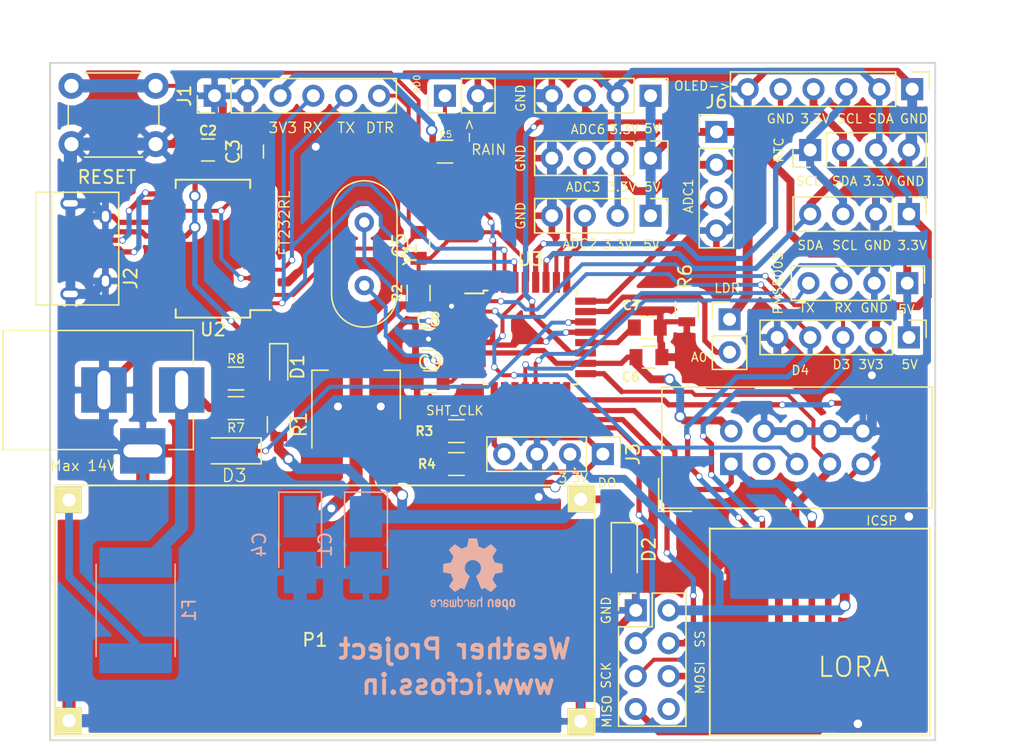
<source format=kicad_pcb>
(kicad_pcb (version 4) (host pcbnew 4.0.2+dfsg1-stable)
  (layers (0 F.Cu signal) (31 B.Cu signal) (34 B.Paste user hide) (35 F.Paste user hide) (36 B.SilkS user) (37 F.SilkS user) (38 B.Mask user) (39 F.Mask user) (44 Edge.Cuts user))
  (net 0 "")
  (net 1 +5V)
  (net 2 GND)
  (net 3 "Net-(C3-Pad1)")
  (net 4 +3V3)
  (net 5 /Reset)
  (net 6 /DTR)
  (net 7 "Net-(C6-Pad2)")
  (net 8 "Net-(C8-Pad2)")
  (net 9 "Net-(C9-Pad2)")
  (net 10 +BATT)
  (net 11 /MOSI)
  (net 12 /SCK)
  (net 13 /MISO)
  (net 14 "Net-(F1-Pad1)")
  (net 15 /3.3V)
  (net 16 /Rx)
  (net 17 /Tx)
  (net 18 "Net-(J2-Pad2)")
  (net 19 "Net-(J2-Pad3)")
  (net 20 /SHT11_D0)
  (net 21 /SHT11_CLK)
  (net 22 /SCL)
  (net 23 /SDA)
  (net 24 /SS)
  (net 25 /D3)
  (net 26 /D4)
  (net 27 /5V)
  (net 28 /ADC1)
  (net 29 /ADC6)
  (net 30 /Rain_D0)
  (net 31 /ADC2)
  (net 32 /RF_CE)
  (net 33 /ADC3)
  (net 34 /PMS5003_Rx)
  (net 35 /PMS5003_Tx)
  (net 36 /LDR_A0)
  (net 37 /ADC7)
  (net 38 "Net-(D1-Pad2)")
  (module Project:LM2596 (layer F.Cu) (at 95.885 117.475)
    (fp_text reference P1 (at -0.762 2.286) (layer F.SilkS))
    (fp_text value LM2596)
    (pad 1 thru_hole rect (at -19.7485 -8.525) (size 1.99898 1.99898) (drill 1.00076) (layers *.Cu *.Mask F.SilkS) (net 14 "Net-(F1-Pad1)"))
    (pad 3 thru_hole rect (at -19.7485 8.525) (size 1.99898 1.99898) (drill 1.00076) (layers *.Cu *.Mask F.SilkS) (net 2 GND))
    (pad 2 thru_hole rect (at 19.7485 -8.5725) (size 1.99898 1.99898) (drill 1.00076) (layers *.Cu *.Mask F.SilkS) (net 1 +5V))
    (pad 4 thru_hole rect (at 19.7485 8.5725) (size 1.99898 1.99898) (drill 1.00076) (layers *.Cu *.Mask F.SilkS) (net 2 GND))
  )
  (module Pin_Headers:Pin_Header_Straight_1x02_Pitch2.54mm (layer F.Cu) (at 127.127 94.996)
    (fp_text reference J17 hide)
    (fp_text value LDR hide)
    (pad 1 thru_hole rect (at 0 0) (size 1.7 1.7) (drill 1) (layers *.Cu *.Mask) (net 15 /3.3V))
    (pad 2 thru_hole oval (at 0 2.54) (size 1.7 1.7) (drill 1) (layers *.Cu *.Mask) (net 36 /LDR_A0))
  )
  (module Housings_SSOP:SSOP-28_5.3x10.2mm_Pitch0.65mm (layer F.Cu) (at 87.249 89.535 180)
    (fp_text reference U2 (at 0 -6.25 180) (layer F.SilkS))
    (fp_text value FT232RL hide)
    (pad 1 smd rect (at -3.6 -4.225 180) (size 1.75 0.45) (layers F.Cu F.Paste F.Mask) (net 16 /Rx))
    (pad 2 smd rect (at -3.6 -3.575 180) (size 1.75 0.45) (layers F.Cu F.Paste F.Mask) (net 6 /DTR))
    (pad 3 smd rect (at -3.6 -2.925 180) (size 1.75 0.45) (layers F.Cu F.Paste F.Mask))
    (pad 4 smd rect (at -3.6 -2.275 180) (size 1.75 0.45) (layers F.Cu F.Paste F.Mask) (net 3 "Net-(C3-Pad1)"))
    (pad 5 smd rect (at -3.6 -1.625 180) (size 1.75 0.45) (layers F.Cu F.Paste F.Mask) (net 17 /Tx))
    (pad 6 smd rect (at -3.6 -0.975 180) (size 1.75 0.45) (layers F.Cu F.Paste F.Mask))
    (pad 7 smd rect (at -3.6 -0.325 180) (size 1.75 0.45) (layers F.Cu F.Paste F.Mask) (net 2 GND))
    (pad 8 smd rect (at -3.6 0.325 180) (size 1.75 0.45) (layers F.Cu F.Paste F.Mask))
    (pad 9 smd rect (at -3.6 0.975 180) (size 1.75 0.45) (layers F.Cu F.Paste F.Mask))
    (pad 10 smd rect (at -3.6 1.625 180) (size 1.75 0.45) (layers F.Cu F.Paste F.Mask))
    (pad 11 smd rect (at -3.6 2.275 180) (size 1.75 0.45) (layers F.Cu F.Paste F.Mask))
    (pad 12 smd rect (at -3.6 2.925 180) (size 1.75 0.45) (layers F.Cu F.Paste F.Mask))
    (pad 13 smd rect (at -3.6 3.575 180) (size 1.75 0.45) (layers F.Cu F.Paste F.Mask))
    (pad 14 smd rect (at -3.6 4.225 180) (size 1.75 0.45) (layers F.Cu F.Paste F.Mask))
    (pad 15 smd rect (at 3.6 4.225 180) (size 1.75 0.45) (layers F.Cu F.Paste F.Mask) (net 19 "Net-(J2-Pad3)"))
    (pad 16 smd rect (at 3.6 3.575 180) (size 1.75 0.45) (layers F.Cu F.Paste F.Mask) (net 18 "Net-(J2-Pad2)"))
    (pad 17 smd rect (at 3.6 2.925 180) (size 1.75 0.45) (layers F.Cu F.Paste F.Mask) (net 3 "Net-(C3-Pad1)"))
    (pad 18 smd rect (at 3.6 2.275 180) (size 1.75 0.45) (layers F.Cu F.Paste F.Mask) (net 2 GND))
    (pad 19 smd rect (at 3.6 1.625 180) (size 1.75 0.45) (layers F.Cu F.Paste F.Mask))
    (pad 20 smd rect (at 3.6 0.975 180) (size 1.75 0.45) (layers F.Cu F.Paste F.Mask) (net 1 +5V))
    (pad 21 smd rect (at 3.6 0.325 180) (size 1.75 0.45) (layers F.Cu F.Paste F.Mask) (net 2 GND))
    (pad 22 smd rect (at 3.6 -0.325 180) (size 1.75 0.45) (layers F.Cu F.Paste F.Mask))
    (pad 23 smd rect (at 3.6 -0.975 180) (size 1.75 0.45) (layers F.Cu F.Paste F.Mask))
    (pad 24 smd rect (at 3.6 -1.625 180) (size 1.75 0.45) (layers F.Cu F.Paste F.Mask))
    (pad 25 smd rect (at 3.6 -2.275 180) (size 1.75 0.45) (layers F.Cu F.Paste F.Mask) (net 2 GND))
    (pad 26 smd rect (at 3.6 -2.925 180) (size 1.75 0.45) (layers F.Cu F.Paste F.Mask) (net 2 GND))
    (pad 27 smd rect (at 3.6 -3.575 180) (size 1.75 0.45) (layers F.Cu F.Paste F.Mask))
    (pad 28 smd rect (at 3.6 -4.225 180) (size 1.75 0.45) (layers F.Cu F.Paste F.Mask))
  )
  (module Capacitors_Tantalum_SMD:CP_Tantalum_Case-B_EIA-3528-21_Hand (layer B.Cu) (at 99.06 112.395 270)
    (fp_text reference C1 (at 0 3.15 270) (layer B.SilkS) (effects (justify mirror)))
    (fp_text value 10uF hide)
    (pad 1 smd rect (at -2.15 0 270) (size 3.2 2.5) (layers B.Cu B.Paste B.Mask) (net 1 +5V))
    (pad 2 smd rect (at 2.15 0 270) (size 3.2 2.5) (layers B.Cu B.Paste B.Mask) (net 2 GND))
  )
  (module Capacitors_SMD:C_0805 (layer F.Cu) (at 86.868 81.915)
    (fp_text reference C2 (at 0 -1.5) (layer F.SilkS) (effects (font (size 0.7 0.7))))
    (fp_text value 0.1uF hide)
    (pad 1 smd rect (at -1 0) (size 1 1.25) (layers F.Cu F.Paste F.Mask) (net 1 +5V))
    (pad 2 smd rect (at 1 0) (size 1 1.25) (layers F.Cu F.Paste F.Mask) (net 2 GND))
  )
  (module Capacitors_SMD:C_0805 (layer F.Cu) (at 90.297 82.042 90)
    (fp_text reference C3 (at 0 -1.5 90) (layer F.SilkS))
    (fp_text value 0.1uF hide)
    (pad 1 smd rect (at -1 0 90) (size 1 1.25) (layers F.Cu F.Paste F.Mask) (net 3 "Net-(C3-Pad1)"))
    (pad 2 smd rect (at 1 0 90) (size 1 1.25) (layers F.Cu F.Paste F.Mask) (net 2 GND))
  )
  (module Capacitors_Tantalum_SMD:CP_Tantalum_Case-B_EIA-3528-21_Hand (layer B.Cu) (at 93.98 112.395 270)
    (fp_text reference C4 (at 0 3.15 270) (layer B.SilkS) (effects (justify mirror)))
    (fp_text value 10uF hide)
    (pad 1 smd rect (at -2.15 0 270) (size 3.2 2.5) (layers B.Cu B.Paste B.Mask) (net 4 +3V3))
    (pad 2 smd rect (at 2.15 0 270) (size 3.2 2.5) (layers B.Cu B.Paste B.Mask) (net 2 GND))
  )
  (module Capacitors_SMD:C_0805 (layer F.Cu) (at 103.124 89.281 90)
    (fp_text reference C5 (at 0 -1.5 90) (layer F.SilkS))
    (fp_text value 0.1uf hide)
    (pad 1 smd rect (at -1 0 90) (size 1 1.25) (layers F.Cu F.Paste F.Mask) (net 5 /Reset))
    (pad 2 smd rect (at 1 0 90) (size 1 1.25) (layers F.Cu F.Paste F.Mask) (net 6 /DTR))
  )
  (module Capacitors_SMD:C_0805 (layer F.Cu) (at 120.777 95.631 180)
    (fp_text reference C6 (at 1.27 -3.81 180) (layer F.SilkS) (effects (font (size 0.7 0.7))))
    (fp_text value 0.1uF hide)
    (pad 1 smd rect (at -1 0 180) (size 1 1.25) (layers F.Cu F.Paste F.Mask) (net 2 GND))
    (pad 2 smd rect (at 1 0 180) (size 1 1.25) (layers F.Cu F.Paste F.Mask) (net 7 "Net-(C6-Pad2)"))
  )
  (module Capacitors_SMD:C_0805 (layer F.Cu) (at 120.904 97.917)
    (fp_text reference C7 (at -1.3335 -4.0005) (layer F.SilkS) (effects (font (size 0.7 0.7))))
    (fp_text value 0.1uF hide)
    (pad 1 smd rect (at -1 0) (size 1 1.25) (layers F.Cu F.Paste F.Mask) (net 4 +3V3))
    (pad 2 smd rect (at 1 0) (size 1 1.25) (layers F.Cu F.Paste F.Mask) (net 2 GND))
  )
  (module Capacitors_SMD:C_0805 (layer F.Cu) (at 103.886 96.52)
    (fp_text reference C8 (at 0 -1.5) (layer F.SilkS))
    (fp_text value 22pF hide)
    (pad 1 smd rect (at -1 0) (size 1 1.25) (layers F.Cu F.Paste F.Mask) (net 2 GND))
    (pad 2 smd rect (at 1 0) (size 1 1.25) (layers F.Cu F.Paste F.Mask) (net 8 "Net-(C8-Pad2)"))
  )
  (module Capacitors_SMD:C_0805 (layer F.Cu) (at 104.013 99.822)
    (fp_text reference C9 (at 0 -1.5) (layer F.SilkS))
    (fp_text value 22pF hide)
    (pad 1 smd rect (at -1 0) (size 1 1.25) (layers F.Cu F.Paste F.Mask) (net 2 GND))
    (pad 2 smd rect (at 1 0) (size 1 1.25) (layers F.Cu F.Paste F.Mask) (net 9 "Net-(C9-Pad2)"))
  )
  (module Connectors_IDC:IDC-Header_2x05_Pitch2.54mm_Straight (layer F.Cu) (at 127.254 106.172 90)
    (fp_text reference CON2 hide)
    (fp_text value AVR-ISP-10 hide)
    (pad 1 thru_hole rect (at 0 0 90) (size 1.7272 1.7272) (drill 1.016) (layers *.Cu *.Mask) (net 11 /MOSI))
    (pad 2 thru_hole oval (at 2.54 0 90) (size 1.7272 1.7272) (drill 1.016) (layers *.Cu *.Mask) (net 4 +3V3))
    (pad 3 thru_hole oval (at 0 2.54 90) (size 1.7272 1.7272) (drill 1.016) (layers *.Cu *.Mask))
    (pad 4 thru_hole oval (at 2.54 2.54 90) (size 1.7272 1.7272) (drill 1.016) (layers *.Cu *.Mask) (net 2 GND))
    (pad 5 thru_hole oval (at 0 5.08 90) (size 1.7272 1.7272) (drill 1.016) (layers *.Cu *.Mask) (net 5 /Reset))
    (pad 6 thru_hole oval (at 2.54 5.08 90) (size 1.7272 1.7272) (drill 1.016) (layers *.Cu *.Mask) (net 2 GND))
    (pad 7 thru_hole oval (at 0 7.62 90) (size 1.7272 1.7272) (drill 1.016) (layers *.Cu *.Mask) (net 12 /SCK))
    (pad 8 thru_hole oval (at 2.54 7.62 90) (size 1.7272 1.7272) (drill 1.016) (layers *.Cu *.Mask) (net 2 GND))
    (pad 9 thru_hole oval (at 0 10.16 90) (size 1.7272 1.7272) (drill 1.016) (layers *.Cu *.Mask) (net 13 /MISO))
    (pad 10 thru_hole oval (at 2.54 10.16 90) (size 1.7272 1.7272) (drill 1.016) (layers *.Cu *.Mask) (net 2 GND))
  )
  (module Fuse_Holders_and_Fuses:Fuse_SMD2920 (layer B.Cu) (at 81.28 117.475 90)
    (fp_text reference F1 (at 0 4.13 90) (layer B.SilkS) (effects (justify mirror)))
    (fp_text value Fuse hide)
    (pad 1 smd rect (at -3.7 0) (size 5.6 2.3) (layers B.Cu B.Paste B.Mask) (net 14 "Net-(F1-Pad1)"))
    (pad 2 smd rect (at 3.7 0) (size 5.6 2.3) (layers B.Cu B.Paste B.Mask) (net 10 +BATT))
  )
  (module Pin_Headers:Pin_Header_Straight_1x06_Pitch2.54mm (layer F.Cu) (at 87.376 77.724 90)
    (fp_text reference J1 (at 0 -2.33 90) (layer F.SilkS))
    (fp_text value UART hide)
    (pad 1 thru_hole rect (at 0 0 90) (size 1.7 1.7) (drill 1) (layers *.Cu *.Mask) (net 2 GND))
    (pad 2 thru_hole oval (at 0 2.54 90) (size 1.7 1.7) (drill 1) (layers *.Cu *.Mask) (net 2 GND))
    (pad 3 thru_hole oval (at 0 5.08 90) (size 1.7 1.7) (drill 1) (layers *.Cu *.Mask) (net 15 /3.3V))
    (pad 4 thru_hole oval (at 0 7.62 90) (size 1.7 1.7) (drill 1) (layers *.Cu *.Mask) (net 16 /Rx))
    (pad 5 thru_hole oval (at 0 10.16 90) (size 1.7 1.7) (drill 1) (layers *.Cu *.Mask) (net 17 /Tx))
    (pad 6 thru_hole oval (at 0 12.7 90) (size 1.7 1.7) (drill 1) (layers *.Cu *.Mask) (net 6 /DTR))
  )
  (module Pin_Headers:Pin_Header_Straight_1x04_Pitch2.54mm (layer F.Cu) (at 117.348 105.41 270)
    (fp_text reference J3 (at 0 -2.33 270) (layer F.SilkS))
    (fp_text value SHT11 hide)
    (pad 1 thru_hole rect (at 0 0 270) (size 1.7 1.7) (drill 1) (layers *.Cu *.Mask) (net 20 /SHT11_D0))
    (pad 2 thru_hole oval (at 0 2.54 270) (size 1.7 1.7) (drill 1) (layers *.Cu *.Mask) (net 15 /3.3V))
    (pad 3 thru_hole oval (at 0 5.08 270) (size 1.7 1.7) (drill 1) (layers *.Cu *.Mask) (net 2 GND))
    (pad 4 thru_hole oval (at 0 7.62 270) (size 1.7 1.7) (drill 1) (layers *.Cu *.Mask) (net 21 /SHT11_CLK))
  )
  (module "Project:XL_1278-SMT(SX1278)" (layer F.Cu) (at 134.112 121.666 270)
    (fp_text reference J5 hide)
    (fp_text value LoRa hide)
    (pad 1 smd rect (at -8.509 -6.985 270) (size 3 0.8) (layers F.Cu F.Paste F.Mask) (net 2 GND))
    (pad 2 smd rect (at -8.509 -5.715 270) (size 3 0.8) (layers F.Cu F.Paste F.Mask))
    (pad 3 smd rect (at -8.509 -4.445 270) (size 3 0.8) (layers F.Cu F.Paste F.Mask))
    (pad 4 smd rect (at -8.509 -3.175 270) (size 3 0.8) (layers F.Cu F.Paste F.Mask))
    (pad 5 smd rect (at -8.509 -1.905 270) (size 3 0.8) (layers F.Cu F.Paste F.Mask) (net 15 /3.3V))
    (pad 6 smd rect (at -8.509 -0.635 270) (size 3 0.8) (layers F.Cu F.Paste F.Mask) (net 13 /MISO))
    (pad 7 smd rect (at -8.509 0.635 270) (size 3 0.8) (layers F.Cu F.Paste F.Mask) (net 11 /MOSI))
    (pad 8 smd rect (at -8.509 1.905 270) (size 3 0.8) (layers F.Cu F.Paste F.Mask) (net 12 /SCK))
    (pad 9 smd rect (at -8.509 3.175 270) (size 3 0.8) (layers F.Cu F.Paste F.Mask) (net 24 /SS))
    (pad 10 smd rect (at -8.509 4.445 270) (size 3 0.8) (layers F.Cu F.Paste F.Mask) (net 25 /D3))
    (pad 11 smd rect (at -8.509 5.715 270) (size 3 0.8) (layers F.Cu F.Paste F.Mask) (net 26 /D4))
    (pad 12 smd rect (at -8.509 6.985 270) (size 3 0.8) (layers F.Cu F.Paste F.Mask) (net 2 GND))
  )
  (module Pin_Headers:Pin_Header_Straight_1x04_Pitch2.54mm (layer F.Cu) (at 126.111 80.518)
    (fp_text reference J6 (at 0 -2.33) (layer F.SilkS))
    (fp_text value A1 hide)
    (pad 1 thru_hole rect (at 0 0) (size 1.7 1.7) (drill 1) (layers *.Cu *.Mask) (net 27 /5V))
    (pad 2 thru_hole oval (at 0 2.54) (size 1.7 1.7) (drill 1) (layers *.Cu *.Mask) (net 15 /3.3V))
    (pad 3 thru_hole oval (at 0 5.08) (size 1.7 1.7) (drill 1) (layers *.Cu *.Mask) (net 28 /ADC1))
    (pad 4 thru_hole oval (at 0 7.62) (size 1.7 1.7) (drill 1) (layers *.Cu *.Mask) (net 2 GND))
  )
  (module Pin_Headers:Pin_Header_Straight_1x04_Pitch2.54mm (layer F.Cu) (at 121.031 77.724 270)
    (fp_text reference J7 hide)
    (fp_text value A6 hide)
    (pad 1 thru_hole rect (at 0 0 270) (size 1.7 1.7) (drill 1) (layers *.Cu *.Mask) (net 27 /5V))
    (pad 2 thru_hole oval (at 0 2.54 270) (size 1.7 1.7) (drill 1) (layers *.Cu *.Mask) (net 15 /3.3V))
    (pad 3 thru_hole oval (at 0 5.08 270) (size 1.7 1.7) (drill 1) (layers *.Cu *.Mask) (net 29 /ADC6))
    (pad 4 thru_hole oval (at 0 7.62 270) (size 1.7 1.7) (drill 1) (layers *.Cu *.Mask) (net 2 GND))
  )
  (module Pin_Headers:Pin_Header_Straight_1x02_Pitch2.54mm (layer F.Cu) (at 105.156 77.724 90)
    (fp_text reference J8 hide)
    (fp_text value Rain_Sensor hide)
    (pad 1 thru_hole rect (at 0 0 90) (size 1.7 1.7) (drill 1) (layers *.Cu *.Mask) (net 30 /Rain_D0))
    (pad 2 thru_hole oval (at 0 2.54 90) (size 1.7 1.7) (drill 1) (layers *.Cu *.Mask) (net 2 GND))
  )
  (module Pin_Headers:Pin_Header_Straight_1x04_Pitch2.54mm (layer F.Cu) (at 121.031 86.995 270)
    (fp_text reference J10 hide)
    (fp_text value A2 hide)
    (pad 1 thru_hole rect (at 0 0 270) (size 1.7 1.7) (drill 1) (layers *.Cu *.Mask) (net 27 /5V))
    (pad 2 thru_hole oval (at 0 2.54 270) (size 1.7 1.7) (drill 1) (layers *.Cu *.Mask) (net 15 /3.3V))
    (pad 3 thru_hole oval (at 0 5.08 270) (size 1.7 1.7) (drill 1) (layers *.Cu *.Mask) (net 31 /ADC2))
    (pad 4 thru_hole oval (at 0 7.62 270) (size 1.7 1.7) (drill 1) (layers *.Cu *.Mask) (net 2 GND))
  )
  (module Pin_Headers:Pin_Header_Straight_2x04_Pitch2.54mm (layer F.Cu) (at 119.888 117.475)
    (fp_text reference J13 hide)
    (fp_text value NRF24L01 hide)
    (pad 1 thru_hole rect (at 0 0) (size 1.7 1.7) (drill 1) (layers *.Cu *.Mask) (net 2 GND))
    (pad 2 thru_hole oval (at 2.54 0) (size 1.7 1.7) (drill 1) (layers *.Cu *.Mask) (net 15 /3.3V))
    (pad 3 thru_hole oval (at 0 2.54) (size 1.7 1.7) (drill 1) (layers *.Cu *.Mask) (net 32 /RF_CE))
    (pad 4 thru_hole oval (at 2.54 2.54) (size 1.7 1.7) (drill 1) (layers *.Cu *.Mask) (net 24 /SS))
    (pad 5 thru_hole oval (at 0 5.08) (size 1.7 1.7) (drill 1) (layers *.Cu *.Mask) (net 12 /SCK))
    (pad 6 thru_hole oval (at 2.54 5.08) (size 1.7 1.7) (drill 1) (layers *.Cu *.Mask) (net 11 /MOSI))
    (pad 7 thru_hole oval (at 0 7.62) (size 1.7 1.7) (drill 1) (layers *.Cu *.Mask) (net 13 /MISO))
    (pad 8 thru_hole oval (at 2.54 7.62) (size 1.7 1.7) (drill 1) (layers *.Cu *.Mask))
  )
  (module Pin_Headers:Pin_Header_Straight_1x04_Pitch2.54mm (layer F.Cu) (at 121.031 82.55 270)
    (fp_text reference J14 hide)
    (fp_text value A3 hide)
    (pad 1 thru_hole rect (at 0 0 270) (size 1.7 1.7) (drill 1) (layers *.Cu *.Mask) (net 27 /5V))
    (pad 2 thru_hole oval (at 0 2.54 270) (size 1.7 1.7) (drill 1) (layers *.Cu *.Mask) (net 15 /3.3V))
    (pad 3 thru_hole oval (at 0 5.08 270) (size 1.7 1.7) (drill 1) (layers *.Cu *.Mask) (net 33 /ADC3))
    (pad 4 thru_hole oval (at 0 7.62 270) (size 1.7 1.7) (drill 1) (layers *.Cu *.Mask) (net 2 GND))
  )
  (module Pin_Headers:Pin_Header_Straight_1x04_Pitch2.54mm (layer F.Cu) (at 140.843 92.202 270)
    (fp_text reference J16 hide)
    (fp_text value PMS5003 hide)
    (pad 1 thru_hole rect (at 0 0 270) (size 1.7 1.7) (drill 1) (layers *.Cu *.Mask) (net 27 /5V))
    (pad 2 thru_hole oval (at 0 2.54 270) (size 1.7 1.7) (drill 1) (layers *.Cu *.Mask) (net 2 GND))
    (pad 3 thru_hole oval (at 0 5.08 270) (size 1.7 1.7) (drill 1) (layers *.Cu *.Mask) (net 34 /PMS5003_Rx))
    (pad 4 thru_hole oval (at 0 7.62 270) (size 1.7 1.7) (drill 1) (layers *.Cu *.Mask) (net 35 /PMS5003_Tx))
  )
  (module Resistors_SMD:R_0805 (layer F.Cu) (at 92.329 103.124 270)
    (fp_text reference R1 (at 0 -1.65 270) (layer F.SilkS))
    (fp_text value 470E hide)
    (pad 1 smd rect (at -0.95 0 270) (size 0.7 1.3) (layers F.Cu F.Paste F.Mask) (net 38 "Net-(D1-Pad2)"))
    (pad 2 smd rect (at 0.95 0 270) (size 0.7 1.3) (layers F.Cu F.Paste F.Mask) (net 1 +5V))
  )
  (module Resistors_SMD:R_0805 (layer F.Cu) (at 103.124 92.964 90)
    (fp_text reference R2 (at 0 -1.65 90) (layer F.SilkS) (effects (font (size 0.7 0.7))))
    (fp_text value 10K hide)
    (pad 1 smd rect (at -0.95 0 90) (size 0.7 1.3) (layers F.Cu F.Paste F.Mask) (net 4 +3V3))
    (pad 2 smd rect (at 0.95 0 90) (size 0.7 1.3) (layers F.Cu F.Paste F.Mask) (net 5 /Reset))
  )
  (module Resistors_SMD:R_0805 (layer F.Cu) (at 106.045 103.632)
    (fp_text reference R3 (at -2.4765 0) (layer F.SilkS) (effects (font (size 0.7 0.7))))
    (fp_text value 4.7k hide)
    (pad 1 smd rect (at -0.95 0) (size 0.7 1.3) (layers F.Cu F.Paste F.Mask) (net 15 /3.3V))
    (pad 2 smd rect (at 0.95 0) (size 0.7 1.3) (layers F.Cu F.Paste F.Mask) (net 21 /SHT11_CLK))
  )
  (module Resistors_SMD:R_0805 (layer F.Cu) (at 106.045 106.172)
    (fp_text reference R4 (at -2.286 0) (layer F.SilkS) (effects (font (size 0.7 0.7))))
    (fp_text value 4.7K hide)
    (pad 1 smd rect (at -0.95 0) (size 0.7 1.3) (layers F.Cu F.Paste F.Mask) (net 15 /3.3V))
    (pad 2 smd rect (at 0.95 0) (size 0.7 1.3) (layers F.Cu F.Paste F.Mask) (net 20 /SHT11_D0))
  )
  (module Resistors_SMD:R_0805 (layer F.Cu) (at 105.156 82.042)
    (fp_text reference R5 hide)
    (fp_text value 1K hide)
    (fp_text user %R (at 0.0635 -1.3335) (layer F.SilkS) (effects (font (size 0.5 0.5) (thickness 0.075))))
    (pad 1 smd rect (at -0.95 0) (size 0.7 1.3) (layers F.Cu F.Paste F.Mask) (net 15 /3.3V))
    (pad 2 smd rect (at 0.95 0) (size 0.7 1.3) (layers F.Cu F.Paste F.Mask) (net 30 /Rain_D0))
  )
  (module Resistors_SMD:R_0805 (layer F.Cu) (at 123.825 94.234 270)
    (fp_text reference R6 (at -2.54 0.127 270) (layer F.SilkS))
    (fp_text value 5K hide)
    (pad 1 smd rect (at -0.95 0 270) (size 0.7 1.3) (layers F.Cu F.Paste F.Mask) (net 36 /LDR_A0))
    (pad 2 smd rect (at 0.95 0 270) (size 0.7 1.3) (layers F.Cu F.Paste F.Mask) (net 2 GND))
  )
  (module Resistors_SMD:R_0805 (layer F.Cu) (at 89.027 101.854)
    (fp_text reference R7 (at 0 1.524) (layer F.SilkS) (effects (font (size 0.7 0.7) (thickness 0.1))))
    (fp_text value 120K hide)
    (pad 1 smd rect (at -0.95 0) (size 0.7 1.3) (layers F.Cu F.Paste F.Mask) (net 10 +BATT))
    (pad 2 smd rect (at 0.95 0) (size 0.7 1.3) (layers F.Cu F.Paste F.Mask) (net 37 /ADC7))
  )
  (module Resistors_SMD:R_0805 (layer F.Cu) (at 89.027 99.568 180)
    (fp_text reference R8 (at 0 1.524 180) (layer F.SilkS) (effects (font (size 0.7 0.7) (thickness 0.1))))
    (fp_text value 27K hide)
    (pad 1 smd rect (at -0.95 0 180) (size 0.7 1.3) (layers F.Cu F.Paste F.Mask) (net 37 /ADC7))
    (pad 2 smd rect (at 0.95 0 180) (size 0.7 1.3) (layers F.Cu F.Paste F.Mask) (net 2 GND))
  )
  (module TO_SOT_Packages_SMD:SOT-223-3_TabPin2 (layer F.Cu) (at 98.298 100.838 90)
    (fp_text reference U1 hide)
    (fp_text value AMS1117-3.3 hide)
    (pad 2 smd rect (at 3.15 0 90) (size 2 3.8) (layers F.Cu F.Paste F.Mask) (net 4 +3V3))
    (pad 2 smd rect (at -3.15 0 90) (size 2 1.5) (layers F.Cu F.Paste F.Mask) (net 4 +3V3))
    (pad 3 smd rect (at -3.15 2.3 90) (size 2 1.5) (layers F.Cu F.Paste F.Mask) (net 1 +5V))
    (pad 1 smd rect (at -3.15 -2.3 90) (size 2 1.5) (layers F.Cu F.Paste F.Mask) (net 2 GND))
  )
  (module Housings_QFP:TQFP-32_7x7mm_Pitch0.8mm (layer F.Cu) (at 111.76 96.393)
    (fp_text reference U3 (at 0 -6.05) (layer F.SilkS))
    (fp_text value ATMEGA328P-AU hide)
    (pad 1 smd rect (at -4.25 -2.8) (size 1.6 0.55) (layers F.Cu F.Paste F.Mask) (net 25 /D3))
    (pad 2 smd rect (at -4.25 -2) (size 1.6 0.55) (layers F.Cu F.Paste F.Mask) (net 26 /D4))
    (pad 3 smd rect (at -4.25 -1.2) (size 1.6 0.55) (layers F.Cu F.Paste F.Mask) (net 2 GND))
    (pad 4 smd rect (at -4.25 -0.4) (size 1.6 0.55) (layers F.Cu F.Paste F.Mask) (net 4 +3V3))
    (pad 5 smd rect (at -4.25 0.4) (size 1.6 0.55) (layers F.Cu F.Paste F.Mask) (net 2 GND))
    (pad 6 smd rect (at -4.25 1.2) (size 1.6 0.55) (layers F.Cu F.Paste F.Mask) (net 4 +3V3))
    (pad 7 smd rect (at -4.25 2) (size 1.6 0.55) (layers F.Cu F.Paste F.Mask) (net 8 "Net-(C8-Pad2)"))
    (pad 8 smd rect (at -4.25 2.8) (size 1.6 0.55) (layers F.Cu F.Paste F.Mask) (net 9 "Net-(C9-Pad2)"))
    (pad 9 smd rect (at -2.8 4.25 90) (size 1.6 0.55) (layers F.Cu F.Paste F.Mask) (net 21 /SHT11_CLK))
    (pad 10 smd rect (at -2 4.25 90) (size 1.6 0.55) (layers F.Cu F.Paste F.Mask) (net 20 /SHT11_D0))
    (pad 11 smd rect (at -1.2 4.25 90) (size 1.6 0.55) (layers F.Cu F.Paste F.Mask) (net 32 /RF_CE))
    (pad 12 smd rect (at -0.4 4.25 90) (size 1.6 0.55) (layers F.Cu F.Paste F.Mask) (net 35 /PMS5003_Tx))
    (pad 13 smd rect (at 0.4 4.25 90) (size 1.6 0.55) (layers F.Cu F.Paste F.Mask) (net 34 /PMS5003_Rx))
    (pad 14 smd rect (at 1.2 4.25 90) (size 1.6 0.55) (layers F.Cu F.Paste F.Mask) (net 24 /SS))
    (pad 15 smd rect (at 2 4.25 90) (size 1.6 0.55) (layers F.Cu F.Paste F.Mask) (net 11 /MOSI))
    (pad 16 smd rect (at 2.8 4.25 90) (size 1.6 0.55) (layers F.Cu F.Paste F.Mask) (net 13 /MISO))
    (pad 17 smd rect (at 4.25 2.8) (size 1.6 0.55) (layers F.Cu F.Paste F.Mask) (net 12 /SCK))
    (pad 18 smd rect (at 4.25 2) (size 1.6 0.55) (layers F.Cu F.Paste F.Mask) (net 4 +3V3))
    (pad 19 smd rect (at 4.25 1.2) (size 1.6 0.55) (layers F.Cu F.Paste F.Mask) (net 29 /ADC6))
    (pad 20 smd rect (at 4.25 0.4) (size 1.6 0.55) (layers F.Cu F.Paste F.Mask) (net 7 "Net-(C6-Pad2)"))
    (pad 21 smd rect (at 4.25 -0.4) (size 1.6 0.55) (layers F.Cu F.Paste F.Mask) (net 2 GND))
    (pad 22 smd rect (at 4.25 -1.2) (size 1.6 0.55) (layers F.Cu F.Paste F.Mask) (net 37 /ADC7))
    (pad 23 smd rect (at 4.25 -2) (size 1.6 0.55) (layers F.Cu F.Paste F.Mask) (net 36 /LDR_A0))
    (pad 24 smd rect (at 4.25 -2.8) (size 1.6 0.55) (layers F.Cu F.Paste F.Mask) (net 28 /ADC1))
    (pad 25 smd rect (at 2.8 -4.25 90) (size 1.6 0.55) (layers F.Cu F.Paste F.Mask) (net 31 /ADC2))
    (pad 26 smd rect (at 2 -4.25 90) (size 1.6 0.55) (layers F.Cu F.Paste F.Mask) (net 33 /ADC3))
    (pad 27 smd rect (at 1.2 -4.25 90) (size 1.6 0.55) (layers F.Cu F.Paste F.Mask) (net 23 /SDA))
    (pad 28 smd rect (at 0.4 -4.25 90) (size 1.6 0.55) (layers F.Cu F.Paste F.Mask) (net 22 /SCL))
    (pad 29 smd rect (at -0.4 -4.25 90) (size 1.6 0.55) (layers F.Cu F.Paste F.Mask) (net 5 /Reset))
    (pad 30 smd rect (at -1.2 -4.25 90) (size 1.6 0.55) (layers F.Cu F.Paste F.Mask) (net 16 /Rx))
    (pad 31 smd rect (at -2 -4.25 90) (size 1.6 0.55) (layers F.Cu F.Paste F.Mask) (net 17 /Tx))
    (pad 32 smd rect (at -2.8 -4.25 90) (size 1.6 0.55) (layers F.Cu F.Paste F.Mask) (net 30 /Rain_D0))
  )
  (module Crystals:Crystal_HC49-U_Vertical (layer F.Cu) (at 98.933 87.503 270)
    (fp_text reference Y1 (at 2.44 -3.525 270) (layer F.SilkS))
    (fp_text value 16MHz hide)
    (pad 1 thru_hole circle (at 0 0 270) (size 1.5 1.5) (drill 0.8) (layers *.Cu *.Mask) (net 8 "Net-(C8-Pad2)"))
    (pad 2 thru_hole circle (at 4.88 0 270) (size 1.5 1.5) (drill 0.8) (layers *.Cu *.Mask) (net 9 "Net-(C9-Pad2)"))
  )
  (module LEDs:LED_0805 (layer F.Cu) (at 92.329 98.679 270)
    (fp_text reference D1 (at 0 -1.45 270) (layer F.SilkS))
    (fp_text value LED hide)
    (pad 2 smd rect (at 1.1 0 90) (size 1.2 1.2) (layers F.Cu F.Paste F.Mask) (net 38 "Net-(D1-Pad2)"))
    (pad 1 smd rect (at -1.1 0 90) (size 1.2 1.2) (layers F.Cu F.Paste F.Mask) (net 2 GND))
  )
  (module Diodes_SMD:D_SOD-123F (layer F.Cu) (at 118.999 112.903 270)
    (fp_text reference D2 (at -0.127 -1.905 270) (layer F.SilkS))
    (fp_text value 5.1V hide)
    (pad 1 smd rect (at -1.4 0 270) (size 1.1 1.1) (layers F.Cu F.Paste F.Mask) (net 1 +5V))
    (pad 2 smd rect (at 1.4 0 270) (size 1.1 1.1) (layers F.Cu F.Paste F.Mask) (net 2 GND))
  )
  (module Connectors:BARREL_JACK (layer F.Cu) (at 84.836 100.457)
    (fp_text reference CON1 hide)
    (fp_text value BARREL_JACK hide)
    (pad 1 thru_hole rect (at 0 0) (size 3.5 3.5) (drill oval 1 3) (layers *.Cu *.Mask) (net 10 +BATT))
    (pad 2 thru_hole rect (at -6 0) (size 3.5 3.5) (drill oval 1 3) (layers *.Cu *.Mask) (net 2 GND))
    (pad 3 thru_hole rect (at -3 4.7) (size 3.5 3.5) (drill oval 3 1) (layers *.Cu *.Mask) (net 2 GND))
  )
  (module Connectors:USB_Micro-B (layer F.Cu) (at 77.597 89.535 270)
    (fp_text reference J2 (at 2.286 -3.302 270) (layer F.SilkS))
    (fp_text value MicroUSB hide)
    (pad 1 smd rect (at -1.3 -1.35) (size 1.35 0.4) (layers F.Cu F.Paste F.Mask) (net 1 +5V))
    (pad 2 smd rect (at -0.65 -1.35) (size 1.35 0.4) (layers F.Cu F.Paste F.Mask) (net 18 "Net-(J2-Pad2)"))
    (pad 3 smd rect (at 0 -1.35) (size 1.35 0.4) (layers F.Cu F.Paste F.Mask) (net 19 "Net-(J2-Pad3)"))
    (pad 4 smd rect (at 0.65 -1.35) (size 1.35 0.4) (layers F.Cu F.Paste F.Mask) (net 2 GND))
    (pad 5 smd rect (at 1.3 -1.35) (size 1.35 0.4) (layers F.Cu F.Paste F.Mask) (net 2 GND))
    (pad 6 thru_hole oval (at -2.5 -1.35) (size 0.95 1.25) (drill oval 0.55 0.85) (layers *.Cu *.Mask) (net 2 GND))
    (pad 6 thru_hole oval (at 2.5 -1.35) (size 0.95 1.25) (drill oval 0.55 0.85) (layers *.Cu *.Mask) (net 2 GND))
    (pad 6 thru_hole oval (at -3.5 1.35) (size 1.55 1) (drill oval 1.15 0.5) (layers *.Cu *.Mask) (net 2 GND))
    (pad 6 thru_hole oval (at 3.5 1.35) (size 1.55 1) (drill oval 1.15 0.5) (layers *.Cu *.Mask) (net 2 GND))
  )
  (module Pin_Headers:Pin_Header_Straight_1x04_Pitch2.54mm (layer F.Cu) (at 133.35 81.915 90)
    (fp_text reference J4 hide)
    (fp_text value RTC_DS3231 hide)
    (pad 1 thru_hole rect (at 0 0 90) (size 1.7 1.7) (drill 1) (layers *.Cu *.Mask) (net 22 /SCL))
    (pad 2 thru_hole oval (at 0 2.54 90) (size 1.7 1.7) (drill 1) (layers *.Cu *.Mask) (net 23 /SDA))
    (pad 3 thru_hole oval (at 0 5.08 90) (size 1.7 1.7) (drill 1) (layers *.Cu *.Mask) (net 15 /3.3V))
    (pad 4 thru_hole oval (at 0 7.62 90) (size 1.7 1.7) (drill 1) (layers *.Cu *.Mask) (net 2 GND))
  )
  (module Pin_Headers:Pin_Header_Straight_1x04_Pitch2.54mm (layer F.Cu) (at 140.97 86.868 270)
    (fp_text reference J9 hide)
    (fp_text value BMP180 hide)
    (pad 1 thru_hole rect (at 0 0 270) (size 1.7 1.7) (drill 1) (layers *.Cu *.Mask) (net 15 /3.3V))
    (pad 2 thru_hole oval (at 0 2.54 270) (size 1.7 1.7) (drill 1) (layers *.Cu *.Mask) (net 2 GND))
    (pad 3 thru_hole oval (at 0 5.08 270) (size 1.7 1.7) (drill 1) (layers *.Cu *.Mask) (net 22 /SCL))
    (pad 4 thru_hole oval (at 0 7.62 270) (size 1.7 1.7) (drill 1) (layers *.Cu *.Mask) (net 23 /SDA))
  )
  (module Buttons_Switches_THT:SW_PUSH_6mm (layer F.Cu) (at 76.327 76.962)
    (fp_text reference RESET (at 2.7305 7.0485) (layer F.SilkS))
    (fp_text value RESET hide)
    (pad 2 thru_hole circle (at 0 4.5 90) (size 2 2) (drill 1.1) (layers *.Cu *.Mask) (net 2 GND))
    (pad 1 thru_hole circle (at 0 0 90) (size 2 2) (drill 1.1) (layers *.Cu *.Mask) (net 5 /Reset))
    (pad 2 thru_hole circle (at 6.5 4.5 90) (size 2 2) (drill 1.1) (layers *.Cu *.Mask) (net 2 GND))
    (pad 1 thru_hole circle (at 6.5 0 90) (size 2 2) (drill 1.1) (layers *.Cu *.Mask) (net 5 /Reset))
  )
  (module Diodes_SMD:D_SOD-123F (layer F.Cu) (at 88.773 105.156 180)
    (fp_text reference D3 (at -0.127 -1.905 180) (layer F.SilkS) (effects (font (thickness 0.1))))
    (fp_text value 3.3V hide)
    (pad 1 smd rect (at -1.4 0 180) (size 1.1 1.1) (layers F.Cu F.Paste F.Mask) (net 37 /ADC7))
    (pad 2 smd rect (at 1.4 0 180) (size 1.1 1.1) (layers F.Cu F.Paste F.Mask) (net 2 GND))
  )
  (module Pin_Headers:Pin_Header_Straight_1x06_Pitch2.54mm (layer F.Cu) (at 141.224 77.216 270)
    (fp_text reference P2 hide)
    (fp_text value OLED_I2C hide)
    (pad 1 thru_hole rect (at 0 0 270) (size 1.7 1.7) (drill 1) (layers *.Cu *.Mask) (net 2 GND))
    (pad 2 thru_hole oval (at 0 2.54 270) (size 1.7 1.7) (drill 1) (layers *.Cu *.Mask) (net 15 /3.3V))
    (pad 3 thru_hole oval (at 0 5.08 270) (size 1.7 1.7) (drill 1) (layers *.Cu *.Mask) (net 22 /SCL))
    (pad 4 thru_hole oval (at 0 7.62 270) (size 1.7 1.7) (drill 1) (layers *.Cu *.Mask) (net 23 /SDA))
    (pad 5 thru_hole oval (at 0 10.16 270) (size 1.7 1.7) (drill 1) (layers *.Cu *.Mask) (net 29 /ADC6))
    (pad 6 thru_hole oval (at 0 12.7 270) (size 1.7 1.7) (drill 1) (layers *.Cu *.Mask) (net 2 GND))
  )
  (module Pin_Headers:Pin_Header_Straight_1x05_Pitch2.54mm (layer F.Cu) (at 140.97 96.393 270)
    (fp_text reference P3 hide)
    (fp_text value Digital hide)
    (pad 1 thru_hole rect (at 0 0 270) (size 1.7 1.7) (drill 1) (layers *.Cu *.Mask) (net 27 /5V))
    (pad 2 thru_hole oval (at 0 2.54 270) (size 1.7 1.7) (drill 1) (layers *.Cu *.Mask) (net 15 /3.3V))
    (pad 3 thru_hole oval (at 0 5.08 270) (size 1.7 1.7) (drill 1) (layers *.Cu *.Mask) (net 25 /D3))
    (pad 4 thru_hole oval (at 0 7.62 270) (size 1.7 1.7) (drill 1) (layers *.Cu *.Mask) (net 26 /D4))
    (pad 5 thru_hole oval (at 0 10.16 270) (size 1.7 1.7) (drill 1) (layers *.Cu *.Mask) (net 2 GND))
  )
  (module Symbols:OSHW-Logo2_7.3x6mm_SilkScreen (layer B.Cu) (at 107.315 114.681 180)
    (fp_text reference REF*** hide)
    (fp_text value OSHW-Logo2_7.3x6mm_SilkScreen hide)
  )
  (gr_text "Weather Project" (at 105.918 120.4595) (layer B.SilkS) (effects (font (size 1.5 1.5) (thickness 0.3)) (justify mirror)))
  (gr_text www.icfoss.in (at 106.172 123.19) (layer B.SilkS) (effects (font (size 1.5 1.5) (thickness 0.3)) (justify mirror)))
  (gr_line (start 143.002 75.184) (end 74.676 75.184) (angle 90) (layer Edge.Cuts) (width 0.15))
  (gr_line (start 143.002 127.508) (end 143.002 75.184) (angle 90) (layer Edge.Cuts) (width 0.15))
  (gr_line (start 74.676 127.508) (end 143.002 127.508) (angle 90) (layer Edge.Cuts) (width 0.15))
  (gr_line (start 74.676 75.184) (end 74.676 127.508) (angle 90) (layer Edge.Cuts) (width 0.15))
  (gr_text -> (at 106.9848 80.4418 90) (layer F.SilkS) (effects (font (size 0.8 0.8) (thickness 0.1))))
  (gr_text 3.3V (at 115.062 107.2515) (layer F.SilkS) (effects (font (size 0.7 0.7) (thickness 0.1))))
  (gr_text SHT_CLK (at 105.918 102.0445) (layer F.SilkS) (effects (font (size 0.7 0.7) (thickness 0.1))))
  (gr_text DO (at 117.6655 107.6325) (layer F.SilkS) (effects (font (size 0.7 0.7) (thickness 0.1))))
  (gr_text GND (at 110.998 86.995 90) (layer F.SilkS) (effects (font (size 0.7 0.7) (thickness 0.1))))
  (gr_text GND (at 110.998 82.55 90) (layer F.SilkS) (effects (font (size 0.7 0.7) (thickness 0.1))))
  (gr_text GND (at 110.998 77.9145 90) (layer F.SilkS) (effects (font (size 0.7 0.7) (thickness 0.1))))
  (gr_text ADC2 (at 115.57 89.154) (layer F.SilkS) (effects (font (size 0.7 0.7) (thickness 0.1))))
  (gr_text 5V (at 121.158 80.264) (layer F.SilkS) (effects (font (size 0.7 0.7) (thickness 0.1))))
  (gr_text 5V (at 121.158 84.7725) (layer F.SilkS) (effects (font (size 0.7 0.7) (thickness 0.1))))
  (gr_text 5V (at 121.0945 89.2175) (layer F.SilkS) (effects (font (size 0.7 0.7) (thickness 0.1))))
  (gr_text 3.3V (at 118.491 89.2175) (layer F.SilkS) (effects (font (size 0.7 0.7) (thickness 0.1))))
  (gr_text 3.3V (at 118.8085 84.7725) (layer F.SilkS) (effects (font (size 0.7 0.7) (thickness 0.1))))
  (gr_text 3.3V (at 118.999 80.3275) (layer F.SilkS) (effects (font (size 0.7 0.7) (thickness 0.1))))
  (gr_text SS (at 124.841 119.6975 90) (layer F.SilkS) (effects (font (size 0.7 0.7) (thickness 0.1))))
  (gr_text MOSI (at 124.841 122.682 90) (layer F.SilkS) (effects (font (size 0.7 0.7) (thickness 0.1))))
  (gr_text SCK (at 117.602 122.4915 90) (layer F.SilkS) (effects (font (size 0.7 0.7) (thickness 0.1))))
  (gr_text GND (at 117.602 117.475 90) (layer F.SilkS) (effects (font (size 0.7 0.7) (thickness 0.1))))
  (gr_text MISO (at 117.6655 125.2855 90) (layer F.SilkS) (effects (font (size 0.7 0.7) (thickness 0.1))))
  (gr_text FT232RL (at 92.7735 87.5665 90) (layer F.SilkS) (effects (font (size 0.8 0.8) (thickness 0.1))))
  (gr_text 5V (at 140.7795 94.234) (layer F.SilkS) (effects (font (size 0.7 0.7) (thickness 0.1))))
  (gr_text 5V (at 141.0335 98.4885) (layer F.SilkS) (effects (font (size 0.7 0.7) (thickness 0.1))))
  (gr_text 3V3 (at 138.049 98.4885) (layer F.SilkS) (effects (font (size 0.7 0.7) (thickness 0.1))))
  (gr_text D4 (at 132.588 98.933) (layer F.SilkS) (effects (font (size 0.7 0.7) (thickness 0.1))))
  (gr_text D3 (at 135.763 98.4885) (layer F.SilkS) (effects (font (size 0.7 0.7) (thickness 0.1))))
  (gr_text A0 (at 124.7775 97.917) (layer F.SilkS) (effects (font (size 0.7 0.7) (thickness 0.1))))
  (gr_text LDR (at 126.9365 92.583) (layer F.SilkS) (effects (font (size 0.7 0.7) (thickness 0.1))))
  (gr_text LORA (at 136.7155 121.8565) (layer F.SilkS) (effects (font (size 1.5 1.5))))
  (gr_text ICSP (at 138.8745 110.5535) (layer F.SilkS) (effects (font (size 0.7 0.7) (thickness 0.1))))
  (gr_text "Max 14V" (at 77.216 106.299) (layer F.SilkS) (effects (font (size 0.8 0.8) (thickness 0.1))))
  (gr_text ADC3 (at 115.824 84.7725) (layer F.SilkS) (effects (font (size 0.7 0.7) (thickness 0.1))))
  (gr_text ADC6 (at 116.205 80.3275) (layer F.SilkS) (effects (font (size 0.7 0.7) (thickness 0.1))))
  (gr_text RTC (at 130.937 81.915 90) (layer F.SilkS) (effects (font (size 0.7 0.7) (thickness 0.1))))
  (gr_text GND (at 138.303 94.107) (layer F.SilkS) (effects (font (size 0.7 0.7) (thickness 0.1))))
  (gr_text RX (at 135.89 94.107) (layer F.SilkS) (effects (font (size 0.7 0.7) (thickness 0.1))))
  (gr_text TX (at 133.096 94.107) (layer F.SilkS) (effects (font (size 0.7 0.7) (thickness 0.1))))
  (gr_text PMS5003 (at 130.8735 92.202 90) (layer F.SilkS) (effects (font (size 0.7 0.7) (thickness 0.1))))
  (gr_text ADC1 (at 123.952 85.471 90) (layer F.SilkS) (effects (font (size 0.7 0.7) (thickness 0.1))))
  (gr_text OLED-> (at 125.0315 76.962) (layer F.SilkS) (effects (font (size 0.7 0.7) (thickness 0.1))))
  (gr_text RD0 (at 102.997 76.835 90) (layer F.SilkS) (effects (font (size 0.5 0.5) (thickness 0.075))))
  (gr_text RAIN (at 108.5342 81.8896) (layer F.SilkS) (effects (font (size 0.8 0.8) (thickness 0.1))))
  (gr_text DTR (at 100.1395 80.2005) (layer F.SilkS) (effects (font (size 0.8 0.8) (thickness 0.1))))
  (gr_text 3V3 (at 92.6465 80.2005) (layer F.SilkS) (effects (font (size 0.8 0.8) (thickness 0.1))))
  (gr_text TX (at 97.536 80.2005) (layer F.SilkS) (effects (font (size 0.8 0.8) (thickness 0.1))))
  (gr_text RX (at 94.9325 80.2005) (layer F.SilkS) (effects (font (size 0.8 0.8) (thickness 0.1))))
  (gr_text SCL (at 136.017 89.281) (layer F.SilkS) (effects (font (size 0.7 0.7) (thickness 0.1))))
  (gr_text SDA (at 133.35 89.281) (layer F.SilkS) (effects (font (size 0.7 0.7) (thickness 0.1))))
  (gr_text SCL (at 133.223 84.328) (layer F.SilkS) (effects (font (size 0.7 0.7) (thickness 0.1))))
  (gr_text SDA (at 136.017 84.328) (layer F.SilkS) (effects (font (size 0.7 0.7) (thickness 0.1))))
  (gr_text GND (at 141.351 79.502) (layer F.SilkS) (effects (font (size 0.7 0.7) (thickness 0.1))))
  (gr_text SDA (at 138.811 79.502) (layer F.SilkS) (effects (font (size 0.7 0.7) (thickness 0.1))))
  (gr_text SCL (at 136.398 79.502) (layer F.SilkS) (effects (font (size 0.7 0.7) (thickness 0.1))))
  (gr_text 3.3V (at 141.224 89.281) (layer F.SilkS) (effects (font (size 0.7 0.7) (thickness 0.1))))
  (gr_text 3.3V (at 138.557 84.328) (layer F.SilkS) (effects (font (size 0.7 0.7) (thickness 0.1))))
  (gr_text 3.3V (at 133.731 79.502) (layer F.SilkS) (effects (font (size 0.7 0.7) (thickness 0.1))))
  (gr_text GND (at 138.557 89.281) (layer F.SilkS) (effects (font (size 0.7 0.7) (thickness 0.1))))
  (gr_text GND (at 141.097 84.328) (layer F.SilkS) (effects (font (size 0.7 0.7) (thickness 0.1))))
  (gr_text GND (at 131.064 79.502) (layer F.SilkS) (effects (font (size 0.7 0.7) (thickness 0.1))))
  (segment (start 85.852 87.884) (end 85.852 92.329) (width 0.4064) (layer B.Cu) (net 1))
  (segment (start 91.059 102.804) (end 92.329 104.074) (width 0.4064) (layer F.Cu) (net 1))
  (segment (start 91.059 97.536) (end 91.059 102.804) (width 0.4064) (layer F.Cu) (net 1))
  (segment (start 88.646 95.123) (end 91.059 97.536) (width 0.4064) (layer F.Cu) (net 1))
  (via (at 88.646 95.123) (size 0.508) (drill 0.381) (layers F.Cu B.Cu) (net 1))
  (segment (start 85.852 92.329) (end 88.646 95.123) (width 0.4064) (layer B.Cu) (net 1))
  (segment (start 91.882 104.074) (end 92.329 104.074) (width 0.4064) (layer F.Cu) (net 1))
  (segment (start 85.176 88.56) (end 83.649 88.56) (width 0.4064) (layer F.Cu) (net 1))
  (segment (start 85.868 81.915) (end 85.868 85.455) (width 0.4064) (layer F.Cu) (net 1))
  (segment (start 85.852 87.884) (end 85.176 88.56) (width 0.4064) (layer F.Cu) (net 1))
  (via (at 85.852 87.884) (size 0.889) (drill 0.6096) (layers F.Cu B.Cu) (net 1))
  (segment (start 85.852 85.471) (end 85.852 87.122) (width 0.4064) (layer B.Cu) (net 1))
  (segment (start 85.852 87.122) (end 85.852 87.884) (width 0.4064) (layer B.Cu) (net 1))
  (via (at 85.852 85.471) (size 0.889) (drill 0.6096) (layers F.Cu B.Cu) (net 1))
  (segment (start 85.868 85.455) (end 85.852 85.471) (width 0.4064) (layer F.Cu) (net 1))
  (segment (start 92.329 104.074) (end 92.329 105.029) (width 0.762) (layer F.Cu) (net 1))
  (segment (start 92.329 105.029) (end 93.091 105.791) (width 0.762) (layer F.Cu) (net 1))
  (via (at 93.091 105.791) (size 0.889) (drill 0.6096) (layers F.Cu B.Cu) (net 1))
  (segment (start 93.091 105.791) (end 93.853 106.553) (width 0.762) (layer B.Cu) (net 1))
  (segment (start 93.853 106.553) (end 97.663 106.553) (width 0.762) (layer B.Cu) (net 1))
  (segment (start 97.663 106.553) (end 99.06 107.95) (width 0.762) (layer B.Cu) (net 1))
  (segment (start 99.06 107.95) (end 99.06 110.245) (width 0.762) (layer B.Cu) (net 1))
  (segment (start 100.598 103.988) (end 100.598 107.329) (width 0.762) (layer F.Cu) (net 1))
  (segment (start 101.854 108.585) (end 101.854 110.245) (width 0.762) (layer B.Cu) (net 1))
  (via (at 101.854 108.585) (size 0.9144) (drill 0.7112) (layers F.Cu B.Cu) (net 1))
  (segment (start 100.598 107.329) (end 101.854 108.585) (width 0.762) (layer F.Cu) (net 1))
  (segment (start 101.854 110.245) (end 101.854 110.109) (width 0.762) (layer B.Cu) (net 1))
  (segment (start 101.854 110.109) (end 101.854 110.245) (width 0.762) (layer B.Cu) (net 1))
  (segment (start 78.947 88.235) (end 81.758 88.235) (width 0.4064) (layer F.Cu) (net 1))
  (segment (start 82.083 88.56) (end 83.649 88.56) (width 0.4064) (layer F.Cu) (net 1))
  (segment (start 81.758 88.235) (end 82.083 88.56) (width 0.4064) (layer F.Cu) (net 1))
  (segment (start 114.291 110.245) (end 115.6335 108.9025) (width 1.016) (layer B.Cu) (net 1))
  (segment (start 99.06 110.245) (end 101.854 110.245) (width 1.016) (layer B.Cu) (net 1))
  (segment (start 101.854 110.245) (end 114.291 110.245) (width 1.016) (layer B.Cu) (net 1))
  (segment (start 118.999 111.503) (end 118.999 109.855) (width 0.6) (layer F.Cu) (net 1))
  (segment (start 118.0465 108.9025) (end 115.6335 108.9025) (width 0.6) (layer F.Cu) (net 1))
  (segment (start 118.999 109.855) (end 118.0465 108.9025) (width 0.6) (layer F.Cu) (net 1))
  (segment (start 137.414 103.632) (end 138.2395 103.632) (width 0.762) (layer B.Cu) (net 2))
  (segment (start 138.2395 103.632) (end 138.1125 103.505) (width 0.762) (layer B.Cu) (net 2))
  (segment (start 138.1125 103.505) (end 138.1125 99.314) (width 0.762) (layer B.Cu) (net 2))
  (segment (start 90.297 81.042) (end 94.5675 81.042) (width 0.762) (layer F.Cu) (net 2))
  (segment (start 107.696 83.439) (end 107.696 77.724) (width 0.762) (layer B.Cu) (net 2))
  (segment (start 106.6165 84.5185) (end 107.696 83.439) (width 0.762) (layer B.Cu) (net 2))
  (segment (start 103.8225 84.5185) (end 106.6165 84.5185) (width 0.762) (layer B.Cu) (net 2))
  (segment (start 101.9175 82.6135) (end 103.8225 84.5185) (width 0.762) (layer B.Cu) (net 2))
  (segment (start 96.139 82.6135) (end 101.9175 82.6135) (width 0.762) (layer B.Cu) (net 2))
  (segment (start 95.1865 81.661) (end 96.139 82.6135) (width 0.762) (layer B.Cu) (net 2))
  (via (at 95.1865 81.661) (size 0.889) (drill 0.6096) (layers F.Cu B.Cu) (net 2))
  (segment (start 94.5675 81.042) (end 95.1865 81.661) (width 0.762) (layer F.Cu) (net 2))
  (segment (start 108.331 96.793) (end 108.902602 96.793) (width 0.4064) (layer F.Cu) (net 2))
  (segment (start 114.5095 95.993) (end 116.01 95.993) (width 0.4064) (layer F.Cu) (net 2))
  (segment (start 114.4905 96.012) (end 114.5095 95.993) (width 0.4064) (layer F.Cu) (net 2))
  (via (at 114.4905 96.012) (size 0.508) (drill 0.381) (layers F.Cu B.Cu) (net 2))
  (segment (start 114.427 96.0755) (end 114.4905 96.012) (width 0.4064) (layer B.Cu) (net 2))
  (segment (start 113.6015 96.0755) (end 114.427 96.0755) (width 0.4064) (layer B.Cu) (net 2))
  (segment (start 112.9665 96.7105) (end 113.6015 96.0755) (width 0.4064) (layer B.Cu) (net 2))
  (via (at 112.9665 96.7105) (size 0.508) (drill 0.381) (layers F.Cu B.Cu) (net 2))
  (segment (start 110.8075 96.7105) (end 112.9665 96.7105) (width 0.4064) (layer F.Cu) (net 2))
  (segment (start 110.534602 96.983398) (end 110.8075 96.7105) (width 0.4064) (layer F.Cu) (net 2))
  (segment (start 109.093 96.983398) (end 110.534602 96.983398) (width 0.4064) (layer F.Cu) (net 2))
  (segment (start 108.902602 96.793) (end 109.093 96.983398) (width 0.4064) (layer F.Cu) (net 2))
  (segment (start 107.51 95.193) (end 108.655 95.193) (width 0.4064) (layer F.Cu) (net 2))
  (segment (start 108.655 95.193) (end 108.839 95.377) (width 0.4064) (layer F.Cu) (net 2))
  (segment (start 130.81 96.393) (end 131.191 96.393) (width 0.6096) (layer F.Cu) (net 2))
  (segment (start 131.191 96.393) (end 134.112 99.314) (width 0.6096) (layer F.Cu) (net 2))
  (segment (start 138.303 90.9955) (end 138.303 92.202) (width 0.6096) (layer B.Cu) (net 2))
  (segment (start 139.7635 89.535) (end 138.303 90.9955) (width 0.6096) (layer B.Cu) (net 2))
  (segment (start 141.351 89.535) (end 139.7635 89.535) (width 0.6096) (layer B.Cu) (net 2))
  (segment (start 142.367 90.551) (end 141.351 89.535) (width 0.6096) (layer B.Cu) (net 2))
  (segment (start 142.367 98.171) (end 142.367 90.551) (width 0.6096) (layer B.Cu) (net 2))
  (segment (start 141.2875 99.2505) (end 142.367 98.171) (width 0.6096) (layer B.Cu) (net 2))
  (segment (start 138.176 99.2505) (end 141.2875 99.2505) (width 0.6096) (layer B.Cu) (net 2))
  (segment (start 138.1125 99.314) (end 138.176 99.2505) (width 0.6096) (layer B.Cu) (net 2))
  (via (at 138.1125 99.314) (size 0.889) (drill 0.6096) (layers F.Cu B.Cu) (net 2))
  (segment (start 134.112 99.314) (end 138.1125 99.314) (width 0.6096) (layer F.Cu) (net 2))
  (segment (start 107.51 95.193) (end 106.651266 95.193) (width 0.4064) (layer F.Cu) (net 2))
  (segment (start 103.886 96.52) (end 102.886 96.52) (width 0.4064) (layer F.Cu) (net 2))
  (via (at 103.886 96.52) (size 0.508) (drill 0.381) (layers F.Cu B.Cu) (net 2))
  (segment (start 104.775 95.631) (end 103.886 96.52) (width 0.4064) (layer B.Cu) (net 2))
  (segment (start 104.775 94.869) (end 104.775 95.631) (width 0.4064) (layer B.Cu) (net 2))
  (segment (start 105.664 93.98) (end 104.775 94.869) (width 0.4064) (layer B.Cu) (net 2))
  (via (at 105.664 93.98) (size 0.508) (drill 0.381) (layers F.Cu B.Cu) (net 2))
  (segment (start 105.664 94.205734) (end 105.664 93.98) (width 0.4064) (layer F.Cu) (net 2))
  (segment (start 106.651266 95.193) (end 105.664 94.205734) (width 0.4064) (layer F.Cu) (net 2))
  (segment (start 108.839 96.558) (end 108.604 96.793) (width 0.4064) (layer F.Cu) (net 2))
  (segment (start 108.839 95.377) (end 108.839 96.558) (width 0.4064) (layer F.Cu) (net 2))
  (segment (start 108.655 95.193) (end 108.839 95.377) (width 0.4064) (layer F.Cu) (net 2))
  (segment (start 108.604 96.793) (end 108.331 96.793) (width 0.4064) (layer F.Cu) (net 2))
  (segment (start 108.331 96.793) (end 107.51 96.793) (width 0.4064) (layer F.Cu) (net 2))
  (segment (start 116.01 95.993) (end 117.621 95.993) (width 0.4064) (layer F.Cu) (net 2))
  (segment (start 121.777 94.599) (end 121.777 95.631) (width 0.4064) (layer F.Cu) (net 2))
  (segment (start 121.666 94.488) (end 121.777 94.599) (width 0.4064) (layer F.Cu) (net 2))
  (segment (start 119.126 94.488) (end 121.666 94.488) (width 0.4064) (layer F.Cu) (net 2))
  (segment (start 117.621 95.993) (end 119.126 94.488) (width 0.4064) (layer F.Cu) (net 2))
  (segment (start 126.111 88.138) (end 127 88.138) (width 0.6096) (layer B.Cu) (net 2))
  (segment (start 128.524 86.614) (end 128.524 77.216) (width 0.6096) (layer B.Cu) (net 2))
  (segment (start 127 88.138) (end 128.524 86.614) (width 0.6096) (layer B.Cu) (net 2))
  (segment (start 141.097 113.157) (end 141.097 122.682) (width 0.6096) (layer F.Cu) (net 2))
  (segment (start 136.652 126.619) (end 116.205 126.619) (width 0.6096) (layer B.Cu) (net 2))
  (segment (start 137.033 126.238) (end 136.652 126.619) (width 0.6096) (layer B.Cu) (net 2))
  (via (at 137.033 126.238) (size 0.8128) (drill 0.6604) (layers F.Cu B.Cu) (net 2))
  (segment (start 137.541 126.238) (end 137.033 126.238) (width 0.6096) (layer F.Cu) (net 2))
  (segment (start 141.097 122.682) (end 137.541 126.238) (width 0.6096) (layer F.Cu) (net 2))
  (segment (start 116.205 126.619) (end 115.6335 126.0475) (width 0.6096) (layer B.Cu) (net 2))
  (segment (start 130.81 96.393) (end 130.81 98.171) (width 0.6096) (layer F.Cu) (net 2))
  (segment (start 123.317 97.917) (end 121.904 97.917) (width 0.6096) (layer F.Cu) (net 2))
  (segment (start 125.476 100.076) (end 123.317 97.917) (width 0.6096) (layer F.Cu) (net 2))
  (segment (start 128.905 100.076) (end 125.476 100.076) (width 0.6096) (layer F.Cu) (net 2))
  (segment (start 130.81 98.171) (end 128.905 100.076) (width 0.6096) (layer F.Cu) (net 2))
  (segment (start 137.414 103.632) (end 139.065 103.632) (width 0.6096) (layer B.Cu) (net 2))
  (segment (start 141.097 110.363) (end 141.097 113.157) (width 0.6096) (layer F.Cu) (net 2))
  (segment (start 140.97 110.236) (end 141.097 110.363) (width 0.6096) (layer F.Cu) (net 2))
  (via (at 140.97 110.236) (size 0.8128) (drill 0.6604) (layers F.Cu B.Cu) (net 2))
  (segment (start 140.97 105.537) (end 140.97 110.236) (width 0.6096) (layer B.Cu) (net 2))
  (segment (start 139.065 103.632) (end 140.97 105.537) (width 0.6096) (layer B.Cu) (net 2))
  (segment (start 134.874 103.632) (end 137.414 103.632) (width 0.6096) (layer B.Cu) (net 2))
  (segment (start 132.334 103.632) (end 134.874 103.632) (width 0.6096) (layer B.Cu) (net 2))
  (segment (start 129.794 103.632) (end 132.334 103.632) (width 0.6096) (layer B.Cu) (net 2))
  (segment (start 112.268 105.41) (end 112.268 108.585) (width 0.762) (layer B.Cu) (net 2))
  (segment (start 115.6335 111.9505) (end 115.6335 126.0475) (width 0.762) (layer F.Cu) (net 2))
  (segment (start 112.395 108.712) (end 115.6335 111.9505) (width 0.762) (layer F.Cu) (net 2))
  (via (at 112.395 108.712) (size 0.889) (drill 0.6096) (layers F.Cu B.Cu) (net 2))
  (segment (start 112.268 108.585) (end 112.395 108.712) (width 0.762) (layer B.Cu) (net 2))
  (segment (start 121.777 95.631) (end 121.777 97.79) (width 0.4064) (layer F.Cu) (net 2))
  (segment (start 121.777 97.79) (end 121.904 97.917) (width 0.4064) (layer F.Cu) (net 2))
  (segment (start 123.825 95.184) (end 122.224 95.184) (width 0.4064) (layer F.Cu) (net 2))
  (segment (start 122.224 95.184) (end 121.777 95.631) (width 0.4064) (layer F.Cu) (net 2))
  (segment (start 140.97 81.915) (end 140.97 82.55) (width 0.6096) (layer F.Cu) (net 2))
  (segment (start 140.97 82.55) (end 138.43 85.09) (width 0.6096) (layer F.Cu) (net 2))
  (segment (start 138.43 85.09) (end 138.43 86.868) (width 0.6096) (layer F.Cu) (net 2))
  (segment (start 138.303 92.202) (end 138.303 86.995) (width 0.6096) (layer B.Cu) (net 2))
  (segment (start 138.303 86.995) (end 138.43 86.868) (width 0.6096) (layer B.Cu) (net 2))
  (segment (start 103.013 99.822) (end 102.108 99.822) (width 0.6096) (layer F.Cu) (net 2))
  (segment (start 95.998 102.63) (end 95.998 103.988) (width 0.6096) (layer F.Cu) (net 2))
  (segment (start 96.901 101.727) (end 95.998 102.63) (width 0.6096) (layer F.Cu) (net 2))
  (via (at 96.901 101.727) (size 0.889) (drill 0.6096) (layers F.Cu B.Cu) (net 2))
  (segment (start 100.203 101.727) (end 96.901 101.727) (width 0.6096) (layer B.Cu) (net 2))
  (via (at 100.203 101.727) (size 0.889) (drill 0.6096) (layers F.Cu B.Cu) (net 2))
  (segment (start 102.108 99.822) (end 100.203 101.727) (width 0.6096) (layer F.Cu) (net 2))
  (segment (start 141.224 77.216) (end 141.224 76.962) (width 0.6096) (layer F.Cu) (net 2))
  (segment (start 141.224 76.962) (end 140.081 75.819) (width 0.508) (layer F.Cu) (net 2))
  (segment (start 129.921 75.819) (end 128.524 77.216) (width 0.508) (layer F.Cu) (net 2))
  (segment (start 140.081 75.819) (end 129.921 75.819) (width 0.508) (layer F.Cu) (net 2))
  (segment (start 141.224 77.216) (end 141.224 81.661) (width 0.762) (layer B.Cu) (net 2))
  (segment (start 141.224 81.661) (end 140.97 81.915) (width 0.762) (layer B.Cu) (net 2))
  (segment (start 113.411 82.55) (end 113.411 86.995) (width 0.762) (layer B.Cu) (net 2))
  (segment (start 113.411 77.724) (end 113.411 82.55) (width 0.762) (layer B.Cu) (net 2))
  (segment (start 107.696 77.724) (end 113.411 77.724) (width 1.016) (layer B.Cu) (net 2))
  (segment (start 102.886 96.52) (end 102.886 99.695) (width 0.508) (layer F.Cu) (net 2))
  (segment (start 102.886 99.695) (end 103.013 99.822) (width 0.508) (layer F.Cu) (net 2))
  (segment (start 89.916 77.724) (end 89.916 80.28) (width 0.6096) (layer F.Cu) (net 2))
  (segment (start 89.916 80.28) (end 90.424 80.788) (width 0.6096) (layer F.Cu) (net 2))
  (segment (start 88.011 80.2005) (end 88.011 78.359) (width 0.6096) (layer F.Cu) (net 2))
  (segment (start 88.011 78.359) (end 87.376 77.724) (width 0.6096) (layer F.Cu) (net 2))
  (segment (start 82.827 81.462) (end 84.146 81.462) (width 0.6096) (layer F.Cu) (net 2))
  (segment (start 88.011 80.391) (end 88.011 80.2005) (width 0.6096) (layer F.Cu) (net 2))
  (segment (start 88.011 80.2005) (end 88.011 81.772) (width 0.6096) (layer F.Cu) (net 2))
  (segment (start 87.757 80.137) (end 88.011 80.391) (width 0.6096) (layer F.Cu) (net 2))
  (segment (start 85.471 80.137) (end 87.757 80.137) (width 0.6096) (layer F.Cu) (net 2))
  (segment (start 84.146 81.462) (end 85.471 80.137) (width 0.6096) (layer F.Cu) (net 2))
  (segment (start 88.011 81.772) (end 87.868 81.915) (width 0.6096) (layer F.Cu) (net 2))
  (segment (start 92.329 97.579) (end 92.329 97.409) (width 0.4064) (layer F.Cu) (net 2))
  (segment (start 92.329 97.409) (end 88.646 93.726) (width 0.4064) (layer F.Cu) (net 2))
  (segment (start 88.646 93.726) (end 88.646 90.551) (width 0.4064) (layer F.Cu) (net 2))
  (segment (start 88.646 90.551) (end 89.337 89.86) (width 0.4064) (layer F.Cu) (net 2))
  (segment (start 89.337 89.86) (end 90.849 89.86) (width 0.4064) (layer F.Cu) (net 2))
  (segment (start 76.1365 126) (end 76.1365 113.6015) (width 1.016) (layer F.Cu) (net 2))
  (segment (start 81.836 107.902) (end 81.836 105.157) (width 1.016) (layer F.Cu) (net 2))
  (segment (start 76.1365 113.6015) (end 81.836 107.902) (width 1.016) (layer F.Cu) (net 2))
  (segment (start 76.1365 126) (end 85.201 126) (width 1.016) (layer B.Cu) (net 2))
  (segment (start 93.98 117.221) (end 93.98 114.545) (width 1.016) (layer B.Cu) (net 2))
  (segment (start 85.201 126) (end 93.98 117.221) (width 1.016) (layer B.Cu) (net 2))
  (segment (start 83.649 89.21) (end 86.162 89.21) (width 0.4064) (layer F.Cu) (net 2))
  (segment (start 86.812 89.86) (end 90.849 89.86) (width 0.4064) (layer F.Cu) (net 2))
  (segment (start 86.162 89.21) (end 86.812 89.86) (width 0.4064) (layer F.Cu) (net 2))
  (segment (start 90.424 80.788) (end 88.995 80.788) (width 0.4064) (layer F.Cu) (net 2))
  (segment (start 88.995 80.788) (end 87.868 81.915) (width 0.4064) (layer F.Cu) (net 2))
  (segment (start 83.649 89.21) (end 82.621 89.21) (width 0.4064) (layer F.Cu) (net 2))
  (segment (start 82.296 91.81) (end 83.649 91.81) (width 0.4064) (layer F.Cu) (net 2))
  (segment (start 82.296 89.535) (end 82.296 91.81) (width 0.4064) (layer F.Cu) (net 2))
  (segment (start 82.621 89.21) (end 82.296 89.535) (width 0.4064) (layer F.Cu) (net 2))
  (segment (start 78.947 87.035) (end 79.542 87.035) (width 0.4064) (layer F.Cu) (net 2))
  (segment (start 82.539 87.26) (end 83.649 87.26) (width 0.4064) (layer F.Cu) (net 2))
  (segment (start 82.296 87.503) (end 82.539 87.26) (width 0.4064) (layer F.Cu) (net 2))
  (segment (start 80.01 87.503) (end 82.296 87.503) (width 0.4064) (layer F.Cu) (net 2))
  (segment (start 79.542 87.035) (end 80.01 87.503) (width 0.4064) (layer F.Cu) (net 2))
  (segment (start 83.649 91.81) (end 80.656 91.81) (width 0.4064) (layer F.Cu) (net 2))
  (segment (start 80.431 92.035) (end 78.947 92.035) (width 0.4064) (layer F.Cu) (net 2))
  (segment (start 80.656 91.81) (end 80.431 92.035) (width 0.4064) (layer F.Cu) (net 2))
  (segment (start 83.649 91.81) (end 82.434 91.81) (width 0.4064) (layer F.Cu) (net 2))
  (segment (start 82.554 92.46) (end 83.649 92.46) (width 0.4064) (layer F.Cu) (net 2))
  (segment (start 82.423 92.329) (end 82.554 92.46) (width 0.4064) (layer F.Cu) (net 2))
  (segment (start 82.423 91.821) (end 82.423 92.329) (width 0.4064) (layer F.Cu) (net 2))
  (segment (start 82.434 91.81) (end 82.423 91.821) (width 0.4064) (layer F.Cu) (net 2))
  (segment (start 88.077 99.568) (end 88.077 97.983) (width 0.6096) (layer F.Cu) (net 2))
  (segment (start 81.884 97.409) (end 78.836 100.457) (width 0.6096) (layer F.Cu) (net 2))
  (segment (start 87.503 97.409) (end 81.884 97.409) (width 0.6096) (layer F.Cu) (net 2))
  (segment (start 88.077 97.983) (end 87.503 97.409) (width 0.6096) (layer F.Cu) (net 2))
  (segment (start 87.373 105.156) (end 87.373 106.042) (width 1.016) (layer F.Cu) (net 2))
  (segment (start 87.373 106.042) (end 88.646 107.315) (width 1.016) (layer F.Cu) (net 2))
  (segment (start 88.646 107.315) (end 94.996 107.315) (width 1.016) (layer F.Cu) (net 2))
  (segment (start 94.996 107.315) (end 95.998 106.313) (width 1.016) (layer F.Cu) (net 2))
  (segment (start 95.998 106.313) (end 95.998 103.988) (width 1.016) (layer F.Cu) (net 2))
  (segment (start 81.836 105.157) (end 87.372 105.157) (width 1.016) (layer F.Cu) (net 2))
  (segment (start 87.372 105.157) (end 87.373 105.156) (width 1.016) (layer F.Cu) (net 2))
  (segment (start 118.999 114.303) (end 125.981 114.303) (width 0.762) (layer F.Cu) (net 2))
  (segment (start 125.981 114.303) (end 127.127 113.157) (width 0.762) (layer F.Cu) (net 2))
  (segment (start 127 113.03) (end 127.127 113.157) (width 0.762) (layer F.Cu) (net 2))
  (segment (start 82.827 81.462) (end 83.257 81.462) (width 1.016) (layer B.Cu) (net 2))
  (segment (start 76.327 81.462) (end 82.827 81.462) (width 1.016) (layer B.Cu) (net 2))
  (segment (start 76.247 86.035) (end 76.247 81.542) (width 1.016) (layer B.Cu) (net 2))
  (segment (start 76.247 81.542) (end 76.327 81.462) (width 1.016) (layer B.Cu) (net 2))
  (segment (start 76.247 86.035) (end 77.947 86.035) (width 0.762) (layer B.Cu) (net 2))
  (segment (start 77.947 86.035) (end 78.947 87.035) (width 0.762) (layer B.Cu) (net 2))
  (segment (start 76.247 86.035) (end 76.247 93.035) (width 0.762) (layer B.Cu) (net 2))
  (segment (start 78.947 90.835) (end 78.947 90.185) (width 0.3048) (layer F.Cu) (net 2))
  (segment (start 78.947 92.035) (end 78.947 90.835) (width 0.3048) (layer F.Cu) (net 2))
  (segment (start 76.247 93.035) (end 77.947 93.035) (width 0.762) (layer B.Cu) (net 2))
  (segment (start 77.947 93.035) (end 78.947 92.035) (width 0.762) (layer B.Cu) (net 2))
  (segment (start 78.836 100.457) (end 78.836 97.632) (width 0.762) (layer B.Cu) (net 2))
  (segment (start 76.247 95.043) (end 76.247 93.035) (width 0.762) (layer B.Cu) (net 2))
  (segment (start 78.836 97.632) (end 76.247 95.043) (width 0.762) (layer B.Cu) (net 2))
  (segment (start 81.836 105.157) (end 80.265 105.157) (width 0.762) (layer B.Cu) (net 2))
  (segment (start 80.265 105.157) (end 78.836 103.728) (width 0.762) (layer B.Cu) (net 2))
  (segment (start 78.836 103.728) (end 78.836 100.457) (width 0.762) (layer B.Cu) (net 2))
  (segment (start 93.98 114.545) (end 99.06 114.545) (width 1.016) (layer B.Cu) (net 2))
  (segment (start 119.888 117.475) (end 119.888 115.192) (width 0.6) (layer F.Cu) (net 2))
  (segment (start 119.888 115.192) (end 118.999 114.303) (width 0.6) (layer F.Cu) (net 2))
  (segment (start 115.6335 126.0475) (end 115.6335 121.7295) (width 0.6) (layer F.Cu) (net 2))
  (segment (start 115.6335 121.7295) (end 119.888 117.475) (width 0.6) (layer F.Cu) (net 2))
  (segment (start 90.849 91.81) (end 89.419 91.81) (width 0.3048) (layer F.Cu) (net 3))
  (segment (start 87.376 86.614) (end 87.376 86.61) (width 0.3048) (layer F.Cu) (net 3))
  (segment (start 87.38 86.61) (end 87.376 86.614) (width 0.3048) (layer F.Cu) (net 3))
  (segment (start 87.88 86.61) (end 87.38 86.61) (width 0.3048) (layer F.Cu) (net 3))
  (segment (start 87.884 86.614) (end 87.88 86.61) (width 0.3048) (layer F.Cu) (net 3))
  (via (at 87.884 86.614) (size 0.508) (drill 0.381) (layers F.Cu B.Cu) (net 3))
  (segment (start 87.884 90.297) (end 87.884 86.614) (width 0.3048) (layer B.Cu) (net 3))
  (segment (start 89.408 91.821) (end 87.884 90.297) (width 0.3048) (layer B.Cu) (net 3))
  (via (at 89.408 91.821) (size 0.508) (drill 0.381) (layers F.Cu B.Cu) (net 3))
  (segment (start 89.419 91.81) (end 89.408 91.821) (width 0.3048) (layer F.Cu) (net 3))
  (segment (start 83.649 86.61) (end 87.376 86.61) (width 0.3048) (layer F.Cu) (net 3))
  (segment (start 87.376 86.61) (end 87.888 86.61) (width 0.3048) (layer F.Cu) (net 3))
  (segment (start 89.535 83.804) (end 90.297 83.042) (width 0.3048) (layer F.Cu) (net 3))
  (segment (start 89.535 84.963) (end 89.535 83.804) (width 0.3048) (layer F.Cu) (net 3))
  (segment (start 87.888 86.61) (end 89.535 84.963) (width 0.3048) (layer F.Cu) (net 3))
  (segment (start 107.51 97.593) (end 111.576 97.593) (width 0.4064) (layer F.Cu) (net 4))
  (segment (start 113.76 98.393) (end 116.01 98.393) (width 0.4064) (layer F.Cu) (net 4))
  (segment (start 112.776 97.409) (end 113.76 98.393) (width 0.4064) (layer F.Cu) (net 4))
  (segment (start 111.76 97.409) (end 112.776 97.409) (width 0.4064) (layer F.Cu) (net 4))
  (segment (start 111.576 97.593) (end 111.76 97.409) (width 0.4064) (layer F.Cu) (net 4))
  (segment (start 119.904 97.917) (end 119.904 98.441) (width 0.6096) (layer F.Cu) (net 4))
  (segment (start 119.904 98.441) (end 121.0945 99.6315) (width 0.6096) (layer F.Cu) (net 4))
  (segment (start 126.4285 102.8065) (end 127.254 103.632) (width 0.6096) (layer F.Cu) (net 4))
  (segment (start 123.6345 102.8065) (end 126.4285 102.8065) (width 0.6096) (layer F.Cu) (net 4))
  (segment (start 123.317 102.489) (end 123.6345 102.8065) (width 0.6096) (layer F.Cu) (net 4))
  (via (at 123.317 102.489) (size 0.889) (drill 0.6096) (layers F.Cu B.Cu) (net 4))
  (segment (start 123.317 100.457) (end 123.317 102.489) (width 0.6096) (layer B.Cu) (net 4))
  (segment (start 122.4915 99.6315) (end 123.317 100.457) (width 0.6096) (layer B.Cu) (net 4))
  (via (at 122.4915 99.6315) (size 0.889) (drill 0.6096) (layers F.Cu B.Cu) (net 4))
  (segment (start 121.0945 99.6315) (end 122.4915 99.6315) (width 0.6096) (layer F.Cu) (net 4))
  (segment (start 119.904 97.917) (end 119.253 97.917) (width 0.4064) (layer F.Cu) (net 4))
  (segment (start 118.777 98.393) (end 116.01 98.393) (width 0.4064) (layer F.Cu) (net 4))
  (segment (start 119.253 97.917) (end 118.777 98.393) (width 0.4064) (layer F.Cu) (net 4))
  (segment (start 107.51 97.593) (end 106.356 97.593) (width 0.3048) (layer F.Cu) (net 4))
  (segment (start 106.445 95.993) (end 107.51 95.993) (width 0.3048) (layer F.Cu) (net 4))
  (segment (start 106.045 96.393) (end 106.445 95.993) (width 0.3048) (layer F.Cu) (net 4))
  (segment (start 106.045 97.282) (end 106.045 96.393) (width 0.3048) (layer F.Cu) (net 4))
  (segment (start 106.356 97.593) (end 106.045 97.282) (width 0.3048) (layer F.Cu) (net 4))
  (segment (start 107.51 95.993) (end 106.661 95.993) (width 0.3048) (layer F.Cu) (net 4))
  (segment (start 104.582 93.914) (end 103.124 93.914) (width 0.3048) (layer F.Cu) (net 4))
  (segment (start 106.661 95.993) (end 104.582 93.914) (width 0.3048) (layer F.Cu) (net 4))
  (segment (start 98.298 97.688) (end 98.298 97.409) (width 0.6096) (layer F.Cu) (net 4))
  (segment (start 98.298 97.409) (end 101.793 93.914) (width 0.6096) (layer F.Cu) (net 4))
  (segment (start 101.793 93.914) (end 103.124 93.914) (width 0.6096) (layer F.Cu) (net 4))
  (segment (start 98.298 103.988) (end 98.298 97.688) (width 1.016) (layer F.Cu) (net 4))
  (segment (start 98.298 103.988) (end 98.298 107.696) (width 1.016) (layer F.Cu) (net 4))
  (segment (start 95.749 110.245) (end 93.98 110.245) (width 1.016) (layer B.Cu) (net 4))
  (segment (start 96.393 109.601) (end 95.749 110.245) (width 1.016) (layer B.Cu) (net 4))
  (via (at 96.393 109.601) (size 0.889) (drill 0.6096) (layers F.Cu B.Cu) (net 4))
  (segment (start 98.298 107.696) (end 96.393 109.601) (width 1.016) (layer F.Cu) (net 4))
  (segment (start 111.36 92.143) (end 111.36 92.983) (width 0.3048) (layer F.Cu) (net 5))
  (segment (start 131.064 104.902) (end 132.334 106.172) (width 0.3048) (layer B.Cu) (net 5))
  (segment (start 120.142 104.902) (end 131.064 104.902) (width 0.3048) (layer B.Cu) (net 5))
  (segment (start 114.554 99.314) (end 120.142 104.902) (width 0.3048) (layer B.Cu) (net 5))
  (segment (start 110.49 99.314) (end 114.554 99.314) (width 0.3048) (layer B.Cu) (net 5))
  (via (at 110.49 99.314) (size 0.508) (drill 0.381) (layers F.Cu B.Cu) (net 5))
  (segment (start 109.601 99.314) (end 110.49 99.314) (width 0.3048) (layer F.Cu) (net 5))
  (segment (start 108.966 98.679) (end 109.601 99.314) (width 0.3048) (layer F.Cu) (net 5))
  (via (at 108.966 98.679) (size 0.508) (drill 0.381) (layers F.Cu B.Cu) (net 5))
  (segment (start 108.966 96.901) (end 108.966 98.679) (width 0.3048) (layer B.Cu) (net 5))
  (segment (start 109.601 96.266) (end 108.966 96.901) (width 0.3048) (layer B.Cu) (net 5))
  (via (at 109.601 96.266) (size 0.508) (drill 0.381) (layers F.Cu B.Cu) (net 5))
  (segment (start 109.601 94.742) (end 109.601 96.266) (width 0.3048) (layer F.Cu) (net 5))
  (segment (start 111.36 92.983) (end 109.601 94.742) (width 0.3048) (layer F.Cu) (net 5))
  (segment (start 105.283 88.9) (end 107.569 88.9) (width 0.3048) (layer F.Cu) (net 5))
  (segment (start 111.506 90.551) (end 111.506 91.997) (width 0.3048) (layer F.Cu) (net 5))
  (segment (start 109.22 88.265) (end 111.506 90.551) (width 0.3048) (layer F.Cu) (net 5))
  (segment (start 108.204 88.265) (end 109.22 88.265) (width 0.3048) (layer F.Cu) (net 5))
  (segment (start 107.569 88.9) (end 108.204 88.265) (width 0.3048) (layer F.Cu) (net 5))
  (segment (start 111.506 91.997) (end 111.36 92.143) (width 0.3048) (layer F.Cu) (net 5))
  (segment (start 111.252 92.035) (end 111.36 92.143) (width 0.3048) (layer F.Cu) (net 5))
  (segment (start 82.827 76.962) (end 85.217 76.962) (width 0.3048) (layer F.Cu) (net 5))
  (segment (start 105.283 88.646) (end 105.283 88.9) (width 0.3048) (layer F.Cu) (net 5))
  (segment (start 105.283 88.9) (end 105.283 89.027) (width 0.3048) (layer F.Cu) (net 5))
  (segment (start 103.124 86.487) (end 105.283 88.646) (width 0.3048) (layer F.Cu) (net 5))
  (segment (start 103.124 78.105) (end 103.124 86.487) (width 0.3048) (layer F.Cu) (net 5))
  (segment (start 100.965 75.946) (end 103.124 78.105) (width 0.3048) (layer F.Cu) (net 5))
  (segment (start 86.233 75.946) (end 100.965 75.946) (width 0.3048) (layer F.Cu) (net 5))
  (segment (start 85.217 76.962) (end 86.233 75.946) (width 0.3048) (layer F.Cu) (net 5))
  (segment (start 103.124 90.281) (end 104.029 90.281) (width 0.3048) (layer F.Cu) (net 5))
  (segment (start 104.029 90.281) (end 105.283 89.027) (width 0.3048) (layer F.Cu) (net 5))
  (segment (start 103.124 92.014) (end 103.124 90.281) (width 0.3048) (layer F.Cu) (net 5))
  (segment (start 76.327 76.962) (end 82.827 76.962) (width 1.016) (layer B.Cu) (net 5))
  (segment (start 100.076 77.724) (end 101.473 77.724) (width 0.3048) (layer F.Cu) (net 6))
  (segment (start 102.362 87.519) (end 103.124 88.281) (width 0.3048) (layer F.Cu) (net 6))
  (segment (start 102.362 78.613) (end 102.362 87.519) (width 0.3048) (layer F.Cu) (net 6))
  (segment (start 101.473 77.724) (end 102.362 78.613) (width 0.3048) (layer F.Cu) (net 6))
  (segment (start 90.849 93.11) (end 93.453 93.11) (width 0.3048) (layer F.Cu) (net 6))
  (segment (start 101.87 89.535) (end 103.124 88.281) (width 0.3048) (layer F.Cu) (net 6))
  (segment (start 97.028 89.535) (end 101.87 89.535) (width 0.3048) (layer F.Cu) (net 6))
  (segment (start 93.453 93.11) (end 97.028 89.535) (width 0.3048) (layer F.Cu) (net 6))
  (segment (start 119.777 95.631) (end 119.634 95.631) (width 0.4064) (layer F.Cu) (net 7))
  (segment (start 119.634 95.631) (end 118.472 96.793) (width 0.4064) (layer F.Cu) (net 7))
  (segment (start 118.472 96.793) (end 116.01 96.793) (width 0.4064) (layer F.Cu) (net 7))
  (segment (start 98.933 87.503) (end 98.933 90.424) (width 0.3048) (layer B.Cu) (net 8))
  (segment (start 103.886 95.123) (end 104.886 96.123) (width 0.3048) (layer F.Cu) (net 8))
  (via (at 103.886 95.123) (size 0.508) (drill 0.381) (layers F.Cu B.Cu) (net 8))
  (segment (start 101.981 95.123) (end 103.886 95.123) (width 0.3048) (layer B.Cu) (net 8))
  (segment (start 101.473 94.615) (end 101.981 95.123) (width 0.3048) (layer B.Cu) (net 8))
  (segment (start 101.473 92.964) (end 101.473 94.615) (width 0.3048) (layer B.Cu) (net 8))
  (segment (start 98.933 90.424) (end 101.473 92.964) (width 0.3048) (layer B.Cu) (net 8))
  (segment (start 104.886 96.123) (end 104.886 96.52) (width 0.3048) (layer F.Cu) (net 8))
  (segment (start 107.51 98.393) (end 105.759 98.393) (width 0.3048) (layer F.Cu) (net 8))
  (segment (start 104.886 97.52) (end 104.886 96.52) (width 0.3048) (layer F.Cu) (net 8))
  (segment (start 105.759 98.393) (end 104.886 97.52) (width 0.3048) (layer F.Cu) (net 8))
  (segment (start 105.013 99.822) (end 105.013 98.917) (width 0.3048) (layer F.Cu) (net 9))
  (segment (start 100.584 94.034) (end 98.933 92.383) (width 0.3048) (layer B.Cu) (net 9))
  (segment (start 100.584 96.266) (end 100.584 94.034) (width 0.3048) (layer B.Cu) (net 9))
  (segment (start 102.108 97.79) (end 100.584 96.266) (width 0.3048) (layer B.Cu) (net 9))
  (segment (start 103.886 97.79) (end 102.108 97.79) (width 0.3048) (layer B.Cu) (net 9))
  (segment (start 104.267 98.171) (end 103.886 97.79) (width 0.3048) (layer B.Cu) (net 9))
  (via (at 104.267 98.171) (size 0.508) (drill 0.381) (layers F.Cu B.Cu) (net 9))
  (segment (start 105.013 98.917) (end 104.267 98.171) (width 0.3048) (layer F.Cu) (net 9))
  (segment (start 105.013 99.822) (end 105.664 99.822) (width 0.3048) (layer F.Cu) (net 9))
  (segment (start 106.293 99.193) (end 107.51 99.193) (width 0.3048) (layer F.Cu) (net 9))
  (segment (start 105.664 99.822) (end 106.293 99.193) (width 0.3048) (layer F.Cu) (net 9))
  (segment (start 84.836 100.457) (end 85.598 100.457) (width 0.6096) (layer F.Cu) (net 10))
  (segment (start 85.598 100.457) (end 86.995 101.854) (width 0.6096) (layer F.Cu) (net 10))
  (segment (start 86.995 101.854) (end 88.077 101.854) (width 0.6096) (layer F.Cu) (net 10))
  (segment (start 81.28 113.775) (end 82.059 113.775) (width 1.016) (layer B.Cu) (net 10))
  (segment (start 82.059 113.775) (end 84.836 110.998) (width 1.016) (layer B.Cu) (net 10))
  (segment (start 84.836 110.998) (end 84.836 100.457) (width 1.016) (layer B.Cu) (net 10))
  (segment (start 113.76 100.643) (end 113.76 101.593398) (width 0.4064) (layer F.Cu) (net 11))
  (segment (start 127.254 107.569) (end 127.254 106.172) (width 0.4064) (layer F.Cu) (net 11))
  (segment (start 126.6825 108.1405) (end 127.254 107.569) (width 0.4064) (layer F.Cu) (net 11))
  (segment (start 123.698 108.1405) (end 126.6825 108.1405) (width 0.4064) (layer F.Cu) (net 11))
  (segment (start 122.910602 107.353102) (end 123.698 108.1405) (width 0.4064) (layer F.Cu) (net 11))
  (segment (start 122.910602 105.194102) (end 122.910602 107.353102) (width 0.4064) (layer F.Cu) (net 11))
  (segment (start 119.761 102.0445) (end 122.910602 105.194102) (width 0.4064) (layer F.Cu) (net 11))
  (segment (start 114.211102 102.0445) (end 119.761 102.0445) (width 0.4064) (layer F.Cu) (net 11))
  (segment (start 113.76 101.593398) (end 114.211102 102.0445) (width 0.4064) (layer F.Cu) (net 11))
  (segment (start 133.477 113.157) (end 133.477 110.236) (width 0.6096) (layer F.Cu) (net 11))
  (segment (start 128.778 107.696) (end 127.254 106.172) (width 0.6096) (layer B.Cu) (net 11))
  (segment (start 130.937 107.696) (end 128.778 107.696) (width 0.6096) (layer B.Cu) (net 11))
  (segment (start 133.477 110.236) (end 130.937 107.696) (width 0.6096) (layer B.Cu) (net 11))
  (via (at 133.477 110.236) (size 0.8128) (drill 0.6604) (layers F.Cu B.Cu) (net 11))
  (segment (start 133.477 113.157) (end 133.477 121.412) (width 0.508) (layer F.Cu) (net 11))
  (segment (start 132.334 122.555) (end 122.428 122.555) (width 0.508) (layer F.Cu) (net 11))
  (segment (start 133.477 121.412) (end 132.334 122.555) (width 0.508) (layer F.Cu) (net 11))
  (segment (start 116.01 99.193) (end 117.4175 99.193) (width 0.4064) (layer F.Cu) (net 12))
  (segment (start 133.604 104.902) (end 134.874 106.172) (width 0.3048) (layer F.Cu) (net 12))
  (segment (start 133.604 102.8065) (end 133.604 104.902) (width 0.3048) (layer F.Cu) (net 12))
  (segment (start 131.6355 100.838) (end 133.604 102.8065) (width 0.3048) (layer F.Cu) (net 12))
  (segment (start 124.46 100.838) (end 131.6355 100.838) (width 0.3048) (layer F.Cu) (net 12))
  (segment (start 124.206 100.584) (end 124.46 100.838) (width 0.3048) (layer F.Cu) (net 12))
  (segment (start 118.8085 100.584) (end 124.206 100.584) (width 0.3048) (layer F.Cu) (net 12))
  (segment (start 117.4175 99.193) (end 118.8085 100.584) (width 0.4064) (layer F.Cu) (net 12))
  (segment (start 134.62 106.172) (end 134.874 106.172) (width 0.3048) (layer F.Cu) (net 12))
  (segment (start 134.874 106.172) (end 134.874 106.68) (width 0.6096) (layer F.Cu) (net 12))
  (segment (start 134.874 106.68) (end 132.207 109.347) (width 0.6096) (layer F.Cu) (net 12))
  (segment (start 132.207 109.347) (end 132.207 113.157) (width 0.6096) (layer F.Cu) (net 12))
  (segment (start 119.888 122.555) (end 120.015 122.555) (width 0.6096) (layer F.Cu) (net 12))
  (segment (start 120.015 122.555) (end 121.285 121.285) (width 0.3048) (layer F.Cu) (net 12))
  (segment (start 132.207 120.015) (end 132.207 113.157) (width 0.508) (layer F.Cu) (net 12))
  (segment (start 130.937 121.285) (end 132.207 120.015) (width 0.508) (layer F.Cu) (net 12))
  (segment (start 121.285 121.285) (end 130.937 121.285) (width 0.3048) (layer F.Cu) (net 12))
  (segment (start 137.414 106.172) (end 137.795 106.172) (width 0.4064) (layer F.Cu) (net 13))
  (segment (start 137.795 106.172) (end 139.954 104.013) (width 0.4064) (layer F.Cu) (net 13))
  (segment (start 115.189 101.219) (end 114.613 100.643) (width 0.4064) (layer F.Cu) (net 13))
  (segment (start 122.047 101.219) (end 115.189 101.219) (width 0.4064) (layer F.Cu) (net 13))
  (segment (start 122.428 101.6) (end 122.047 101.219) (width 0.4064) (layer F.Cu) (net 13))
  (segment (start 131.191 101.6) (end 122.428 101.6) (width 0.4064) (layer F.Cu) (net 13))
  (via (at 131.191 101.6) (size 0.508) (drill 0.381) (layers F.Cu B.Cu) (net 13))
  (segment (start 134.874 101.6) (end 131.191 101.6) (width 0.4064) (layer B.Cu) (net 13))
  (segment (start 135.001 101.473) (end 134.874 101.6) (width 0.4064) (layer B.Cu) (net 13))
  (via (at 135.001 101.473) (size 0.508) (drill 0.381) (layers F.Cu B.Cu) (net 13))
  (segment (start 138.811 101.473) (end 135.001 101.473) (width 0.4064) (layer F.Cu) (net 13))
  (segment (start 139.954 102.616) (end 138.811 101.473) (width 0.4064) (layer F.Cu) (net 13))
  (segment (start 139.954 104.013) (end 139.954 102.616) (width 0.4064) (layer F.Cu) (net 13))
  (segment (start 114.613 100.643) (end 114.56 100.643) (width 0.4064) (layer F.Cu) (net 13))
  (segment (start 134.747 113.157) (end 134.747 108.839) (width 0.4064) (layer F.Cu) (net 13))
  (segment (start 134.747 108.839) (end 137.414 106.172) (width 0.4064) (layer F.Cu) (net 13))
  (segment (start 134.747 113.157) (end 134.747 126.111) (width 0.508) (layer F.Cu) (net 13))
  (segment (start 121.666 126.873) (end 119.888 125.095) (width 0.508) (layer F.Cu) (net 13))
  (segment (start 133.985 126.873) (end 121.666 126.873) (width 0.508) (layer F.Cu) (net 13))
  (segment (start 134.747 126.111) (end 133.985 126.873) (width 0.508) (layer F.Cu) (net 13))
  (segment (start 81.28 121.175) (end 81.28 120.015) (width 0.6) (layer B.Cu) (net 14))
  (segment (start 76.1365 114.8715) (end 76.1365 108.95) (width 0.6) (layer B.Cu) (net 14))
  (segment (start 81.28 120.015) (end 76.1365 114.8715) (width 0.6) (layer B.Cu) (net 14))
  (segment (start 138.43 96.393) (end 138.43 95.123) (width 0.6096) (layer F.Cu) (net 15))
  (segment (start 142.4305 88.3285) (end 140.97 86.868) (width 0.6096) (layer F.Cu) (net 15))
  (segment (start 142.4305 93.218) (end 142.4305 88.3285) (width 0.6096) (layer F.Cu) (net 15))
  (segment (start 141.6685 93.98) (end 142.4305 93.218) (width 0.6096) (layer F.Cu) (net 15))
  (segment (start 139.573 93.98) (end 141.6685 93.98) (width 0.6096) (layer F.Cu) (net 15))
  (segment (start 138.43 95.123) (end 139.573 93.98) (width 0.6096) (layer F.Cu) (net 15))
  (segment (start 126.365 117.475) (end 126.365 114.681) (width 0.6096) (layer B.Cu) (net 15))
  (segment (start 116.459 107.315) (end 114.808 105.664) (width 0.6096) (layer B.Cu) (net 15))
  (segment (start 118.999 107.315) (end 116.459 107.315) (width 0.6096) (layer B.Cu) (net 15))
  (segment (start 126.365 114.681) (end 118.999 107.315) (width 0.6096) (layer B.Cu) (net 15))
  (segment (start 114.808 105.664) (end 114.808 105.41) (width 0.6096) (layer B.Cu) (net 15))
  (segment (start 114.808 105.41) (end 114.808 106.807) (width 0.6096) (layer B.Cu) (net 15))
  (segment (start 105.156 107.061) (end 105.156 106.233) (width 0.6096) (layer F.Cu) (net 15))
  (segment (start 105.791 107.696) (end 105.156 107.061) (width 0.6096) (layer F.Cu) (net 15))
  (segment (start 113.411 107.696) (end 105.791 107.696) (width 0.6096) (layer F.Cu) (net 15))
  (segment (start 113.665 107.95) (end 113.411 107.696) (width 0.6096) (layer F.Cu) (net 15))
  (via (at 113.665 107.95) (size 0.8128) (drill 0.6604) (layers F.Cu B.Cu) (net 15))
  (segment (start 114.808 106.807) (end 113.665 107.95) (width 0.6096) (layer B.Cu) (net 15))
  (segment (start 105.156 106.233) (end 105.095 106.172) (width 0.6096) (layer F.Cu) (net 15))
  (segment (start 136.017 113.157) (end 136.017 110.998) (width 0.6096) (layer F.Cu) (net 15))
  (segment (start 138.43 97.282) (end 138.43 96.393) (width 0.6096) (layer F.Cu) (net 15))
  (segment (start 141.605 100.457) (end 138.43 97.282) (width 0.6096) (layer F.Cu) (net 15))
  (segment (start 141.605 107.823) (end 141.605 100.457) (width 0.6096) (layer F.Cu) (net 15))
  (segment (start 140.462 108.966) (end 141.605 107.823) (width 0.6096) (layer F.Cu) (net 15))
  (segment (start 138.049 108.966) (end 140.462 108.966) (width 0.6096) (layer F.Cu) (net 15))
  (segment (start 136.017 110.998) (end 138.049 108.966) (width 0.6096) (layer F.Cu) (net 15))
  (segment (start 105.095 103.632) (end 105.095 106.172) (width 0.4064) (layer F.Cu) (net 15))
  (segment (start 126.111 83.058) (end 127.381 83.058) (width 0.762) (layer F.Cu) (net 15))
  (segment (start 128.524 93.091) (end 127.127 94.996) (width 0.762) (layer F.Cu) (net 15))
  (segment (start 128.524 84.709) (end 128.524 93.091) (width 0.762) (layer F.Cu) (net 15))
  (segment (start 127.381 83.058) (end 128.524 84.709) (width 0.762) (layer F.Cu) (net 15))
  (segment (start 126.111 83.058) (end 123.317 83.058) (width 0.6096) (layer F.Cu) (net 15))
  (segment (start 118.491 83.693) (end 118.491 82.55) (width 0.6096) (layer F.Cu) (net 15))
  (segment (start 119.888 85.09) (end 118.491 83.693) (width 0.6096) (layer F.Cu) (net 15))
  (segment (start 121.285 85.09) (end 119.888 85.09) (width 0.6096) (layer F.Cu) (net 15))
  (segment (start 123.317 83.058) (end 121.285 85.09) (width 0.6096) (layer F.Cu) (net 15))
  (segment (start 138.43 81.915) (end 138.43 82.804) (width 0.508) (layer B.Cu) (net 15))
  (segment (start 138.43 82.804) (end 140.97 85.344) (width 0.508) (layer B.Cu) (net 15))
  (segment (start 140.97 85.344) (end 140.97 86.868) (width 0.508) (layer B.Cu) (net 15))
  (segment (start 138.684 77.216) (end 138.684 81.661) (width 0.508) (layer B.Cu) (net 15))
  (segment (start 138.684 81.661) (end 138.43 81.915) (width 0.508) (layer B.Cu) (net 15))
  (segment (start 118.491 77.724) (end 118.491 76.962) (width 0.6096) (layer B.Cu) (net 15))
  (segment (start 118.491 76.962) (end 119.634 75.819) (width 0.508) (layer B.Cu) (net 15))
  (segment (start 137.287 75.819) (end 138.684 77.216) (width 0.508) (layer B.Cu) (net 15))
  (segment (start 119.634 75.819) (end 137.287 75.819) (width 0.508) (layer B.Cu) (net 15))
  (segment (start 118.491 82.55) (end 118.491 86.995) (width 0.508) (layer B.Cu) (net 15))
  (segment (start 118.491 77.724) (end 118.491 82.55) (width 0.508) (layer B.Cu) (net 15))
  (segment (start 92.456 77.724) (end 92.456 77.343) (width 0.508) (layer B.Cu) (net 15))
  (segment (start 92.456 77.343) (end 93.599 76.2) (width 0.508) (layer B.Cu) (net 15))
  (segment (start 93.599 76.2) (end 116.967 76.2) (width 0.508) (layer B.Cu) (net 15))
  (segment (start 116.967 76.2) (end 118.491 77.724) (width 0.508) (layer B.Cu) (net 15))
  (segment (start 92.456 77.343) (end 93.599 76.2) (width 0.508) (layer B.Cu) (net 15))
  (segment (start 104.206 80.457) (end 104.206 82.042) (width 0.508) (layer F.Cu) (net 15))
  (segment (start 104.14 80.391) (end 104.206 80.457) (width 0.508) (layer F.Cu) (net 15))
  (via (at 104.14 80.391) (size 0.889) (drill 0.6096) (layers F.Cu B.Cu) (net 15))
  (segment (start 104.14 79.883) (end 104.14 80.391) (width 0.508) (layer B.Cu) (net 15))
  (segment (start 100.457 76.2) (end 104.14 79.883) (width 0.508) (layer B.Cu) (net 15))
  (segment (start 93.599 76.2) (end 100.457 76.2) (width 0.508) (layer B.Cu) (net 15))
  (segment (start 92.456 77.343) (end 93.599 76.2) (width 0.508) (layer B.Cu) (net 15))
  (segment (start 92.456 77.724) (end 92.456 78.105) (width 0.508) (layer F.Cu) (net 15))
  (segment (start 122.428 117.475) (end 126.365 117.475) (width 0.762) (layer B.Cu) (net 15))
  (segment (start 126.365 117.475) (end 135.636 117.475) (width 0.762) (layer B.Cu) (net 15))
  (segment (start 135.636 117.475) (end 136.017 117.094) (width 0.762) (layer B.Cu) (net 15))
  (via (at 136.017 117.094) (size 0.9144) (drill 0.7112) (layers F.Cu B.Cu) (net 15))
  (segment (start 136.017 117.094) (end 136.017 113.157) (width 0.762) (layer F.Cu) (net 15))
  (segment (start 110.56 92.143) (end 110.56 90.621) (width 0.3048) (layer F.Cu) (net 16))
  (segment (start 94.361 91.948) (end 92.583 93.726) (width 0.3048) (layer B.Cu) (net 16))
  (segment (start 94.361 90.043) (end 94.361 91.948) (width 0.3048) (layer B.Cu) (net 16))
  (segment (start 98.425 85.979) (end 94.361 90.043) (width 0.3048) (layer B.Cu) (net 16))
  (segment (start 99.187 85.979) (end 98.425 85.979) (width 0.3048) (layer B.Cu) (net 16))
  (segment (start 100.203 86.995) (end 99.187 85.979) (width 0.3048) (layer B.Cu) (net 16))
  (segment (start 100.203 87.757) (end 100.203 86.995) (width 0.3048) (layer B.Cu) (net 16))
  (segment (start 102.997 90.551) (end 100.203 87.757) (width 0.3048) (layer B.Cu) (net 16))
  (segment (start 110.49 90.551) (end 102.997 90.551) (width 0.3048) (layer B.Cu) (net 16))
  (via (at 110.49 90.551) (size 0.508) (drill 0.381) (layers F.Cu B.Cu) (net 16))
  (segment (start 110.56 90.621) (end 110.49 90.551) (width 0.3048) (layer F.Cu) (net 16))
  (segment (start 90.849 93.76) (end 92.549 93.76) (width 0.3048) (layer F.Cu) (net 16))
  (segment (start 92.71 80.01) (end 94.996 77.724) (width 0.3048) (layer B.Cu) (net 16))
  (segment (start 92.71 93.599) (end 92.71 80.01) (width 0.3048) (layer B.Cu) (net 16))
  (segment (start 92.583 93.726) (end 92.71 93.599) (width 0.3048) (layer B.Cu) (net 16))
  (via (at 92.583 93.726) (size 0.508) (drill 0.381) (layers F.Cu B.Cu) (net 16))
  (segment (start 92.549 93.76) (end 92.583 93.726) (width 0.3048) (layer F.Cu) (net 16))
  (segment (start 109.76 92.143) (end 109.76 89.694) (width 0.3048) (layer F.Cu) (net 17))
  (segment (start 93.345 89.408) (end 93.345 90.424) (width 0.3048) (layer B.Cu) (net 17))
  (segment (start 98.171 84.582) (end 93.345 89.408) (width 0.3048) (layer B.Cu) (net 17))
  (segment (start 99.441 84.582) (end 98.171 84.582) (width 0.3048) (layer B.Cu) (net 17))
  (segment (start 104.394 89.535) (end 99.441 84.582) (width 0.3048) (layer B.Cu) (net 17))
  (segment (start 109.601 89.535) (end 104.394 89.535) (width 0.3048) (layer B.Cu) (net 17))
  (segment (start 109.728 89.662) (end 109.601 89.535) (width 0.3048) (layer B.Cu) (net 17))
  (via (at 109.728 89.662) (size 0.508) (drill 0.381) (layers F.Cu B.Cu) (net 17))
  (segment (start 109.76 89.694) (end 109.728 89.662) (width 0.3048) (layer F.Cu) (net 17))
  (segment (start 97.536 77.724) (end 97.536 77.851) (width 0.3048) (layer B.Cu) (net 17))
  (segment (start 97.536 77.851) (end 95.885 79.502) (width 0.3048) (layer B.Cu) (net 17))
  (segment (start 95.885 79.502) (end 93.98 81.407) (width 0.3048) (layer B.Cu) (net 17))
  (segment (start 93.98 81.407) (end 93.98 81.407002) (width 0.3048) (layer B.Cu) (net 17))
  (segment (start 93.98 81.407002) (end 93.345 82.042002) (width 0.3048) (layer B.Cu) (net 17))
  (segment (start 93.345 82.042002) (end 93.345 90.424) (width 0.3048) (layer B.Cu) (net 17))
  (via (at 93.345 90.424) (size 0.508) (drill 0.381) (layers F.Cu B.Cu) (net 17))
  (segment (start 93.345 90.424) (end 92.609 91.16) (width 0.3048) (layer F.Cu) (net 17))
  (segment (start 92.609 91.16) (end 90.849 91.16) (width 0.3048) (layer F.Cu) (net 17))
  (segment (start 78.947 88.885) (end 80.249 88.885) (width 0.4064) (layer F.Cu) (net 18))
  (segment (start 81.426 85.96) (end 83.649 85.96) (width 0.4064) (layer F.Cu) (net 18))
  (segment (start 80.772 86.614) (end 81.426 85.96) (width 0.4064) (layer F.Cu) (net 18))
  (via (at 80.772 86.614) (size 0.508) (drill 0.381) (layers F.Cu B.Cu) (net 18))
  (segment (start 80.772 88.392) (end 80.772 86.614) (width 0.4064) (layer B.Cu) (net 18))
  (segment (start 80.264 88.9) (end 80.772 88.392) (width 0.4064) (layer B.Cu) (net 18))
  (via (at 80.264 88.9) (size 0.508) (drill 0.381) (layers F.Cu B.Cu) (net 18))
  (segment (start 80.249 88.885) (end 80.264 88.9) (width 0.4064) (layer F.Cu) (net 18))
  (segment (start 78.947 89.535) (end 80.01 89.535) (width 0.4064) (layer F.Cu) (net 19))
  (segment (start 82.135 85.31) (end 83.649 85.31) (width 0.4064) (layer F.Cu) (net 19))
  (segment (start 82.042 85.217) (end 82.135 85.31) (width 0.4064) (layer F.Cu) (net 19))
  (via (at 82.042 85.217) (size 0.508) (drill 0.381) (layers F.Cu B.Cu) (net 19))
  (segment (start 81.534 85.725) (end 82.042 85.217) (width 0.4064) (layer B.Cu) (net 19))
  (segment (start 81.534 89.408) (end 81.534 85.725) (width 0.4064) (layer B.Cu) (net 19))
  (segment (start 81.153 89.789) (end 81.534 89.408) (width 0.4064) (layer B.Cu) (net 19))
  (via (at 81.153 89.789) (size 0.508) (drill 0.381) (layers F.Cu B.Cu) (net 19))
  (segment (start 80.264 89.789) (end 81.153 89.789) (width 0.4064) (layer F.Cu) (net 19))
  (segment (start 80.01 89.535) (end 80.264 89.789) (width 0.4064) (layer F.Cu) (net 19))
  (segment (start 109.76 100.643) (end 109.76 103.283) (width 0.4064) (layer F.Cu) (net 20))
  (segment (start 116.078 104.14) (end 117.348 105.41) (width 0.4064) (layer F.Cu) (net 20))
  (segment (start 110.617 104.14) (end 116.078 104.14) (width 0.4064) (layer F.Cu) (net 20))
  (segment (start 109.76 103.283) (end 110.617 104.14) (width 0.4064) (layer F.Cu) (net 20))
  (segment (start 106.995 106.172) (end 107.569 106.172) (width 0.4064) (layer F.Cu) (net 20))
  (segment (start 107.569 106.172) (end 108.204 106.807) (width 0.4064) (layer F.Cu) (net 20))
  (segment (start 108.204 106.807) (end 115.951 106.807) (width 0.4064) (layer F.Cu) (net 20))
  (segment (start 115.951 106.807) (end 117.348 105.41) (width 0.4064) (layer F.Cu) (net 20))
  (segment (start 109.855 100.738) (end 109.76 100.643) (width 0.4064) (layer F.Cu) (net 20))
  (segment (start 108.96 100.643) (end 108.96 101.86) (width 0.4064) (layer F.Cu) (net 21))
  (segment (start 108.96 101.86) (end 107.188 103.632) (width 0.4064) (layer F.Cu) (net 21))
  (segment (start 107.188 103.632) (end 106.995 103.632) (width 0.4064) (layer F.Cu) (net 21))
  (segment (start 108.96 100.643) (end 108.96 104.642) (width 0.4064) (layer F.Cu) (net 21))
  (segment (start 108.96 104.642) (end 109.728 105.41) (width 0.4064) (layer F.Cu) (net 21))
  (segment (start 112.16 92.143) (end 112.16 89.77) (width 0.4064) (layer F.Cu) (net 22))
  (segment (start 131.953 82.042) (end 133.223 82.042) (width 0.4064) (layer B.Cu) (net 22))
  (segment (start 130.683 83.312) (end 131.953 82.042) (width 0.4064) (layer B.Cu) (net 22))
  (segment (start 130.683 87.884) (end 130.683 83.312) (width 0.4064) (layer B.Cu) (net 22))
  (segment (start 128.27 90.297) (end 130.683 87.884) (width 0.4064) (layer B.Cu) (net 22))
  (segment (start 124.714 90.297) (end 128.27 90.297) (width 0.4064) (layer B.Cu) (net 22))
  (segment (start 123.571 89.154) (end 124.714 90.297) (width 0.4064) (layer B.Cu) (net 22))
  (segment (start 112.776 89.154) (end 123.571 89.154) (width 0.4064) (layer B.Cu) (net 22))
  (via (at 112.776 89.154) (size 0.508) (drill 0.381) (layers F.Cu B.Cu) (net 22))
  (segment (start 112.16 89.77) (end 112.776 89.154) (width 0.4064) (layer F.Cu) (net 22))
  (segment (start 133.223 82.042) (end 133.35 81.915) (width 0.4064) (layer B.Cu) (net 22))
  (segment (start 133.35 81.915) (end 133.35 81.026) (width 0.6096) (layer B.Cu) (net 22))
  (segment (start 136.144 78.232) (end 136.144 77.216) (width 0.6096) (layer B.Cu) (net 22))
  (segment (start 133.35 81.026) (end 136.144 78.232) (width 0.6096) (layer B.Cu) (net 22))
  (segment (start 135.89 86.868) (end 135.89 85.725) (width 0.6096) (layer B.Cu) (net 22))
  (segment (start 133.35 83.185) (end 133.35 81.915) (width 0.6096) (layer B.Cu) (net 22))
  (segment (start 135.89 85.725) (end 133.35 83.185) (width 0.6096) (layer B.Cu) (net 22))
  (segment (start 112.96 92.143) (end 112.96 90.494) (width 0.4064) (layer F.Cu) (net 23))
  (segment (start 129.159 91.059) (end 133.35 86.868) (width 0.4064) (layer B.Cu) (net 23))
  (segment (start 124.333 91.059) (end 129.159 91.059) (width 0.4064) (layer B.Cu) (net 23))
  (segment (start 123.19 89.916) (end 124.333 91.059) (width 0.4064) (layer B.Cu) (net 23))
  (segment (start 113.538 89.916) (end 123.19 89.916) (width 0.4064) (layer B.Cu) (net 23))
  (segment (start 113.03 90.424) (end 113.538 89.916) (width 0.4064) (layer B.Cu) (net 23))
  (via (at 113.03 90.424) (size 0.508) (drill 0.381) (layers F.Cu B.Cu) (net 23))
  (segment (start 112.96 90.494) (end 113.03 90.424) (width 0.4064) (layer F.Cu) (net 23))
  (segment (start 135.89 81.915) (end 135.89 80.772) (width 0.6096) (layer F.Cu) (net 23))
  (segment (start 133.604 78.486) (end 133.604 77.216) (width 0.6096) (layer F.Cu) (net 23))
  (segment (start 135.89 80.772) (end 133.604 78.486) (width 0.6096) (layer F.Cu) (net 23))
  (segment (start 133.35 86.868) (end 133.35 86.106) (width 0.6096) (layer F.Cu) (net 23))
  (segment (start 133.35 86.106) (end 135.89 83.566) (width 0.6096) (layer F.Cu) (net 23))
  (segment (start 135.89 83.566) (end 135.89 81.915) (width 0.6096) (layer F.Cu) (net 23))
  (segment (start 112.96 100.643) (end 112.96 102.165) (width 0.4064) (layer F.Cu) (net 24))
  (segment (start 123.571 120.015) (end 122.428 120.015) (width 0.4064) (layer F.Cu) (net 24))
  (segment (start 124.333 119.253) (end 123.571 120.015) (width 0.4064) (layer F.Cu) (net 24))
  (segment (start 124.333 116.332) (end 124.333 119.253) (width 0.4064) (layer F.Cu) (net 24))
  (via (at 124.333 116.332) (size 0.508) (drill 0.381) (layers F.Cu B.Cu) (net 24))
  (segment (start 124.333 115.062) (end 124.333 116.332) (width 0.4064) (layer B.Cu) (net 24))
  (segment (start 122.301 113.03) (end 124.333 115.062) (width 0.4064) (layer B.Cu) (net 24))
  (via (at 122.301 113.03) (size 0.508) (drill 0.381) (layers F.Cu B.Cu) (net 24))
  (segment (start 122.301 106.172) (end 122.301 113.03) (width 0.4064) (layer F.Cu) (net 24))
  (segment (start 118.872 102.743) (end 122.301 106.172) (width 0.4064) (layer F.Cu) (net 24))
  (segment (start 113.538 102.743) (end 118.872 102.743) (width 0.4064) (layer F.Cu) (net 24))
  (segment (start 112.96 102.165) (end 113.538 102.743) (width 0.4064) (layer F.Cu) (net 24))
  (segment (start 122.428 120.015) (end 129.794 120.015) (width 0.508) (layer F.Cu) (net 24))
  (segment (start 130.937 118.872) (end 130.937 113.157) (width 0.6096) (layer F.Cu) (net 24))
  (segment (start 129.794 120.015) (end 130.937 118.872) (width 0.6096) (layer F.Cu) (net 24))
  (segment (start 129.88925 91.66225) (end 129.879288 91.652288) (width 0.3048) (layer B.Cu) (net 25))
  (via (at 129.879288 91.652288) (size 0.508) (drill 0.381) (layers F.Cu B.Cu) (net 25))
  (segment (start 135.89 95.123) (end 135.89 96.393) (width 0.3048) (layer F.Cu) (net 25))
  (segment (start 134.6835 93.9165) (end 135.89 95.123) (width 0.3048) (layer F.Cu) (net 25))
  (segment (start 132.1435 93.9165) (end 134.6835 93.9165) (width 0.3048) (layer F.Cu) (net 25))
  (segment (start 129.879288 91.652288) (end 132.1435 93.9165) (width 0.3048) (layer F.Cu) (net 25))
  (segment (start 107.51 93.593) (end 109.468 93.593) (width 0.3048) (layer F.Cu) (net 25))
  (segment (start 129.88925 91.66225) (end 129.921 91.694) (width 0.3048) (layer B.Cu) (net 25))
  (segment (start 123.846788 91.652288) (end 129.879288 91.652288) (width 0.3048) (layer B.Cu) (net 25))
  (segment (start 122.936 90.7415) (end 123.846788 91.652288) (width 0.3048) (layer B.Cu) (net 25))
  (segment (start 115.7605 90.7415) (end 122.936 90.7415) (width 0.3048) (layer B.Cu) (net 25))
  (segment (start 112.268 94.234) (end 115.7605 90.7415) (width 0.3048) (layer B.Cu) (net 25))
  (segment (start 111.379 94.234) (end 112.268 94.234) (width 0.3048) (layer B.Cu) (net 25))
  (segment (start 110.8075 93.6625) (end 111.379 94.234) (width 0.3048) (layer B.Cu) (net 25))
  (segment (start 109.5375 93.6625) (end 110.8075 93.6625) (width 0.3048) (layer B.Cu) (net 25))
  (segment (start 109.474 93.599) (end 109.5375 93.6625) (width 0.3048) (layer B.Cu) (net 25))
  (via (at 109.474 93.599) (size 0.508) (drill 0.381) (layers F.Cu B.Cu) (net 25))
  (segment (start 109.468 93.593) (end 109.474 93.599) (width 0.3048) (layer F.Cu) (net 25))
  (segment (start 135.89 96.393) (end 135.89 98.806) (width 0.4064) (layer B.Cu) (net 25))
  (segment (start 129.667 110.49) (end 129.667 113.157) (width 0.4064) (layer F.Cu) (net 25))
  (segment (start 129.6035 110.4265) (end 129.667 110.49) (width 0.4064) (layer F.Cu) (net 25))
  (via (at 129.6035 110.4265) (size 0.508) (drill 0.381) (layers F.Cu B.Cu) (net 25))
  (segment (start 129.159 110.4265) (end 129.6035 110.4265) (width 0.4064) (layer B.Cu) (net 25))
  (segment (start 125.73 106.9975) (end 129.159 110.4265) (width 0.4064) (layer B.Cu) (net 25))
  (via (at 125.73 106.9975) (size 0.508) (drill 0.381) (layers F.Cu B.Cu) (net 25))
  (segment (start 125.73 104.648) (end 125.73 106.9975) (width 0.4064) (layer F.Cu) (net 25))
  (segment (start 125.095 104.013) (end 125.73 104.648) (width 0.4064) (layer F.Cu) (net 25))
  (via (at 125.095 104.013) (size 0.508) (drill 0.381) (layers F.Cu B.Cu) (net 25))
  (segment (start 125.095 103.1875) (end 125.095 104.013) (width 0.4064) (layer B.Cu) (net 25))
  (segment (start 127.6985 100.584) (end 125.095 103.1875) (width 0.4064) (layer B.Cu) (net 25))
  (segment (start 134.112 100.584) (end 127.6985 100.584) (width 0.4064) (layer B.Cu) (net 25))
  (segment (start 135.89 98.806) (end 134.112 100.584) (width 0.4064) (layer B.Cu) (net 25))
  (segment (start 127.889 92.329) (end 129.54 92.329) (width 0.3048) (layer B.Cu) (net 26))
  (segment (start 108.9975 94.393) (end 109.0295 94.361) (width 0.3048) (layer F.Cu) (net 26))
  (via (at 109.0295 94.361) (size 0.508) (drill 0.381) (layers F.Cu B.Cu) (net 26))
  (segment (start 109.0295 94.361) (end 109.474 94.8055) (width 0.3048) (layer B.Cu) (net 26))
  (segment (start 109.474 94.8055) (end 112.776 94.8055) (width 0.3048) (layer B.Cu) (net 26))
  (segment (start 112.776 94.8055) (end 116.078 91.5035) (width 0.3048) (layer B.Cu) (net 26))
  (segment (start 116.078 91.5035) (end 122.428 91.5035) (width 0.3048) (layer B.Cu) (net 26))
  (segment (start 122.428 91.5035) (end 123.2535 92.329) (width 0.3048) (layer B.Cu) (net 26))
  (segment (start 123.2535 92.329) (end 127.889 92.329) (width 0.3048) (layer B.Cu) (net 26))
  (segment (start 107.51 94.393) (end 108.9975 94.393) (width 0.3048) (layer F.Cu) (net 26))
  (segment (start 129.54 92.329) (end 133.35 96.139) (width 0.3048) (layer F.Cu) (net 26))
  (via (at 129.54 92.329) (size 0.508) (drill 0.381) (layers F.Cu B.Cu) (net 26))
  (segment (start 133.35 96.139) (end 133.35 96.393) (width 0.3048) (layer F.Cu) (net 26))
  (segment (start 133.35 97.7265) (end 133.35 96.393) (width 0.4064) (layer B.Cu) (net 26))
  (segment (start 128.397 113.157) (end 128.397 110.871) (width 0.4064) (layer F.Cu) (net 26))
  (segment (start 131.6355 99.441) (end 133.35 97.7265) (width 0.4064) (layer B.Cu) (net 26))
  (segment (start 127.6985 99.441) (end 131.6355 99.441) (width 0.4064) (layer B.Cu) (net 26))
  (segment (start 123.825 103.3145) (end 127.6985 99.441) (width 0.4064) (layer B.Cu) (net 26))
  (segment (start 123.825 104.013) (end 123.825 103.3145) (width 0.4064) (layer B.Cu) (net 26))
  (segment (start 123.8885 104.0765) (end 123.825 104.013) (width 0.4064) (layer B.Cu) (net 26))
  (via (at 123.8885 104.0765) (size 0.508) (drill 0.381) (layers F.Cu B.Cu) (net 26))
  (segment (start 123.8885 106.2355) (end 123.8885 104.0765) (width 0.4064) (layer F.Cu) (net 26))
  (segment (start 124.7775 107.1245) (end 123.8885 106.2355) (width 0.4064) (layer F.Cu) (net 26))
  (via (at 124.7775 107.1245) (size 0.508) (drill 0.381) (layers F.Cu B.Cu) (net 26))
  (segment (start 124.7775 107.2515) (end 124.7775 107.1245) (width 0.4064) (layer B.Cu) (net 26))
  (segment (start 127.8255 110.2995) (end 124.7775 107.2515) (width 0.4064) (layer B.Cu) (net 26))
  (via (at 127.8255 110.2995) (size 0.508) (drill 0.381) (layers F.Cu B.Cu) (net 26))
  (segment (start 128.397 110.871) (end 127.8255 110.2995) (width 0.4064) (layer F.Cu) (net 26))
  (segment (start 126.111 80.518) (end 128.016 80.518) (width 0.6096) (layer F.Cu) (net 27))
  (segment (start 140.843 90.678) (end 140.843 92.202) (width 0.6096) (layer F.Cu) (net 27))
  (segment (start 140.081 89.916) (end 140.843 90.678) (width 0.6096) (layer F.Cu) (net 27))
  (segment (start 133.35 89.916) (end 140.081 89.916) (width 0.6096) (layer F.Cu) (net 27))
  (segment (start 131.826 88.392) (end 133.35 89.916) (width 0.6096) (layer F.Cu) (net 27))
  (segment (start 131.826 84.328) (end 131.826 88.392) (width 0.6096) (layer F.Cu) (net 27))
  (segment (start 128.016 80.518) (end 131.826 84.328) (width 0.6096) (layer F.Cu) (net 27))
  (segment (start 140.843 92.202) (end 140.843 96.266) (width 0.6096) (layer B.Cu) (net 27))
  (segment (start 140.843 96.266) (end 140.97 96.393) (width 0.6096) (layer B.Cu) (net 27))
  (segment (start 126.111 80.518) (end 123.063 80.518) (width 0.6096) (layer F.Cu) (net 27))
  (segment (start 123.063 80.518) (end 121.031 82.55) (width 0.6096) (layer F.Cu) (net 27))
  (segment (start 121.031 82.55) (end 121.031 86.995) (width 0.762) (layer B.Cu) (net 27))
  (segment (start 121.031 77.724) (end 121.031 82.55) (width 0.762) (layer B.Cu) (net 27))
  (segment (start 116.01 93.593) (end 117.735 93.593) (width 0.4064) (layer F.Cu) (net 28))
  (segment (start 117.735 93.593) (end 125.73 85.598) (width 0.4064) (layer F.Cu) (net 28))
  (segment (start 125.73 85.598) (end 126.111 85.598) (width 0.4064) (layer F.Cu) (net 28))
  (segment (start 116.01 97.593) (end 114.865 97.593) (width 0.4064) (layer F.Cu) (net 29))
  (segment (start 115.951 78.994) (end 115.951 77.724) (width 0.4064) (layer F.Cu) (net 29))
  (segment (start 115.189 79.756) (end 115.951 78.994) (width 0.4064) (layer F.Cu) (net 29))
  (segment (start 112.395 79.756) (end 115.189 79.756) (width 0.4064) (layer F.Cu) (net 29))
  (segment (start 112.014 80.137) (end 112.395 79.756) (width 0.4064) (layer F.Cu) (net 29))
  (via (at 112.014 80.137) (size 0.508) (drill 0.381) (layers F.Cu B.Cu) (net 29))
  (segment (start 111.379 80.772) (end 112.014 80.137) (width 0.4064) (layer B.Cu) (net 29))
  (segment (start 111.379 93.091) (end 111.379 80.772) (width 0.4064) (layer B.Cu) (net 29))
  (segment (start 111.887 93.599) (end 111.379 93.091) (width 0.4064) (layer B.Cu) (net 29))
  (via (at 111.887 93.599) (size 0.508) (drill 0.381) (layers F.Cu B.Cu) (net 29))
  (segment (start 111.887 94.615) (end 111.887 93.599) (width 0.4064) (layer F.Cu) (net 29))
  (segment (start 114.865 97.593) (end 111.887 94.615) (width 0.4064) (layer F.Cu) (net 29))
  (segment (start 115.951 77.724) (end 115.951 78.613) (width 0.4064) (layer F.Cu) (net 29))
  (segment (start 131.064 78.613) (end 131.064 77.216) (width 0.4064) (layer F.Cu) (net 29))
  (segment (start 130.556 79.121) (end 131.064 78.613) (width 0.4064) (layer F.Cu) (net 29))
  (segment (start 127.762 79.121) (end 130.556 79.121) (width 0.4064) (layer F.Cu) (net 29))
  (segment (start 126.619 77.978) (end 127.762 79.121) (width 0.4064) (layer F.Cu) (net 29))
  (segment (start 123.952 77.978) (end 126.619 77.978) (width 0.4064) (layer F.Cu) (net 29))
  (segment (start 122.174 79.756) (end 123.952 77.978) (width 0.4064) (layer F.Cu) (net 29))
  (segment (start 117.094 79.756) (end 122.174 79.756) (width 0.4064) (layer F.Cu) (net 29))
  (segment (start 115.951 78.613) (end 117.094 79.756) (width 0.4064) (layer F.Cu) (net 29))
  (segment (start 106.106 82.042) (end 106.106 84.643) (width 0.3048) (layer F.Cu) (net 30))
  (segment (start 108.96 89.021) (end 108.96 92.143) (width 0.3048) (layer F.Cu) (net 30))
  (segment (start 108.839 88.9) (end 108.96 89.021) (width 0.3048) (layer F.Cu) (net 30))
  (via (at 108.839 88.9) (size 0.508) (drill 0.381) (layers F.Cu B.Cu) (net 30))
  (segment (start 108.839 87.63) (end 108.839 88.9) (width 0.3048) (layer B.Cu) (net 30))
  (segment (start 108.712 87.503) (end 108.839 87.63) (width 0.3048) (layer B.Cu) (net 30))
  (via (at 108.712 87.503) (size 0.508) (drill 0.381) (layers F.Cu B.Cu) (net 30))
  (segment (start 108.712 87.249) (end 108.712 87.503) (width 0.3048) (layer F.Cu) (net 30))
  (segment (start 106.106 84.643) (end 108.712 87.249) (width 0.3048) (layer F.Cu) (net 30))
  (segment (start 105.156 77.724) (end 105.156 79.629) (width 0.3048) (layer F.Cu) (net 30))
  (segment (start 106.106 80.579) (end 106.106 82.042) (width 0.3048) (layer F.Cu) (net 30))
  (segment (start 105.156 79.629) (end 106.106 80.579) (width 0.3048) (layer F.Cu) (net 30))
  (segment (start 115.951 86.995) (end 115.951 88.9) (width 0.4064) (layer F.Cu) (net 31))
  (segment (start 114.56 90.291) (end 114.56 92.143) (width 0.4064) (layer F.Cu) (net 31))
  (segment (start 115.951 88.9) (end 114.56 90.291) (width 0.4064) (layer F.Cu) (net 31))
  (segment (start 110.56 100.643) (end 110.56 102.965398) (width 0.4064) (layer F.Cu) (net 32))
  (segment (start 121.158 118.745) (end 119.888 120.015) (width 0.4064) (layer B.Cu) (net 32))
  (segment (start 121.158 111.125) (end 121.158 118.745) (width 0.4064) (layer B.Cu) (net 32))
  (segment (start 120.142 110.109) (end 121.158 111.125) (width 0.4064) (layer B.Cu) (net 32))
  (via (at 120.142 110.109) (size 0.508) (drill 0.381) (layers F.Cu B.Cu) (net 32))
  (segment (start 120.142 105.029) (end 120.142 110.109) (width 0.4064) (layer F.Cu) (net 32))
  (segment (start 118.491 103.378) (end 120.142 105.029) (width 0.4064) (layer F.Cu) (net 32))
  (segment (start 110.972602 103.378) (end 118.491 103.378) (width 0.4064) (layer F.Cu) (net 32))
  (segment (start 110.56 102.965398) (end 110.972602 103.378) (width 0.4064) (layer F.Cu) (net 32))
  (segment (start 115.951 82.55) (end 115.951 84.328) (width 0.3048) (layer F.Cu) (net 33))
  (segment (start 113.76 89.948) (end 113.76 92.143) (width 0.3048) (layer F.Cu) (net 33))
  (segment (start 114.681 89.027) (end 113.76 89.948) (width 0.3048) (layer F.Cu) (net 33))
  (segment (start 114.681 85.598) (end 114.681 89.027) (width 0.3048) (layer F.Cu) (net 33))
  (segment (start 115.951 84.328) (end 114.681 85.598) (width 0.3048) (layer F.Cu) (net 33))
  (segment (start 112.16 100.643) (end 112.16 98.406) (width 0.3048) (layer F.Cu) (net 34))
  (segment (start 135.763 91.313) (end 135.763 92.202) (width 0.3048) (layer B.Cu) (net 34))
  (segment (start 135.255 90.805) (end 135.763 91.313) (width 0.3048) (layer B.Cu) (net 34))
  (segment (start 132.588 90.805) (end 135.255 90.805) (width 0.3048) (layer B.Cu) (net 34))
  (segment (start 130.81 92.964) (end 132.588 90.805) (width 0.3048) (layer B.Cu) (net 34))
  (segment (start 120.3325 92.964) (end 130.81 92.964) (width 0.3048) (layer B.Cu) (net 34))
  (segment (start 115.2525 97.663) (end 120.3325 92.964) (width 0.3048) (layer B.Cu) (net 34))
  (segment (start 112.903 97.663) (end 115.2525 97.663) (width 0.3048) (layer B.Cu) (net 34))
  (segment (start 112.395 98.171) (end 112.903 97.663) (width 0.3048) (layer B.Cu) (net 34))
  (via (at 112.395 98.171) (size 0.508) (drill 0.381) (layers F.Cu B.Cu) (net 34))
  (segment (start 112.16 98.406) (end 112.395 98.171) (width 0.3048) (layer F.Cu) (net 34))
  (segment (start 111.36 100.643) (end 111.36 98.5075) (width 0.3048) (layer F.Cu) (net 35))
  (segment (start 132.2705 93.5355) (end 133.223 92.202) (width 0.3048) (layer B.Cu) (net 35))
  (segment (start 120.586496 93.5355) (end 132.2705 93.5355) (width 0.3048) (layer B.Cu) (net 35))
  (segment (start 114.934998 98.805998) (end 120.586496 93.5355) (width 0.3048) (layer B.Cu) (net 35))
  (segment (start 111.696498 98.805998) (end 114.934998 98.805998) (width 0.3048) (layer B.Cu) (net 35))
  (segment (start 111.379 98.4885) (end 111.696498 98.805998) (width 0.3048) (layer B.Cu) (net 35))
  (via (at 111.379 98.4885) (size 0.508) (drill 0.381) (layers F.Cu B.Cu) (net 35))
  (segment (start 111.36 98.5075) (end 111.379 98.4885) (width 0.3048) (layer F.Cu) (net 35))
  (segment (start 116.01 94.393) (end 117.797108 94.393) (width 0.4064) (layer F.Cu) (net 36))
  (segment (start 118.906108 93.284) (end 123.825 93.284) (width 0.4064) (layer F.Cu) (net 36))
  (segment (start 117.797108 94.393) (end 118.906108 93.284) (width 0.4064) (layer F.Cu) (net 36))
  (segment (start 127.127 97.536) (end 126.111 97.536) (width 0.4064) (layer F.Cu) (net 36))
  (segment (start 124.78 93.284) (end 123.825 93.284) (width 0.4064) (layer F.Cu) (net 36))
  (segment (start 125.222 93.726) (end 124.78 93.284) (width 0.4064) (layer F.Cu) (net 36))
  (segment (start 125.222 96.647) (end 125.222 93.726) (width 0.4064) (layer F.Cu) (net 36))
  (segment (start 126.111 97.536) (end 125.222 96.647) (width 0.4064) (layer F.Cu) (net 36))
  (segment (start 90.173 105.156) (end 91.313 105.156) (width 0.3048) (layer F.Cu) (net 37))
  (segment (start 114.738 95.193) (end 116.01 95.193) (width 0.3048) (layer F.Cu) (net 37))
  (segment (start 114.681 95.25) (end 114.738 95.193) (width 0.3048) (layer F.Cu) (net 37))
  (via (at 114.681 95.25) (size 0.508) (drill 0.381) (layers F.Cu B.Cu) (net 37))
  (segment (start 113.411 95.25) (end 114.681 95.25) (width 0.3048) (layer B.Cu) (net 37))
  (segment (start 108.458 100.203) (end 113.411 95.25) (width 0.3048) (layer B.Cu) (net 37))
  (segment (start 96.266 100.203) (end 108.458 100.203) (width 0.3048) (layer B.Cu) (net 37))
  (segment (start 91.313 105.156) (end 96.266 100.203) (width 0.3048) (layer B.Cu) (net 37))
  (via (at 91.313 105.156) (size 0.508) (drill 0.381) (layers F.Cu B.Cu) (net 37))
  (segment (start 89.977 101.854) (end 89.977 99.568) (width 0.508) (layer F.Cu) (net 37))
  (segment (start 90.173 105.156) (end 90.173 102.05) (width 0.508) (layer F.Cu) (net 37))
  (segment (start 90.173 102.05) (end 89.977 101.854) (width 0.508) (layer F.Cu) (net 37))
  (segment (start 92.329 99.779) (end 92.329 102.174) (width 0.762) (layer F.Cu) (net 38))
  (zone (net 2) (net_name GND) (layer F.Cu) (connect_pads (clearance 0.508)) (min_thickness 0.254) (fill yes (arc_segments 16) (thermal_gap 0.508) (thermal_bridge_width 0.508))
    (polygon (pts (xy 142.875 127.381) (xy 74.803 127.381) (xy 74.803 75.311) (xy 142.875 75.311) (xy 142.875 127.381)))
  )
  (zone (net 2) (net_name GND) (layer B.Cu) (connect_pads (clearance 0.508)) (min_thickness 0.254) (fill yes (arc_segments 16) (thermal_gap 0.508) (thermal_bridge_width 0.508))
    (polygon (pts (xy 142.875 127.381) (xy 74.803 127.381) (xy 74.803 75.311) (xy 142.875 75.311) (xy 142.875 127.381)))
  )
)
</source>
